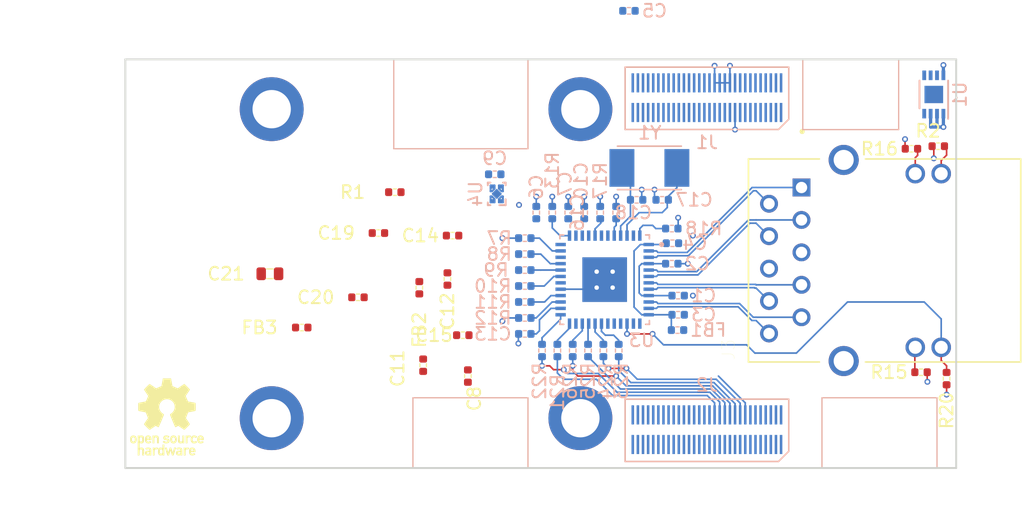
<source format=kicad_pcb>
(kicad_pcb (version 20171130) (host pcbnew "(5.1.9)-1")
  (title_block (title kimchi_ulid) (date 2019-12-15) (rev v0.1) (company GroupGets))
  (layers (0 F.Cu signal) (1 In1.Cu power hide) (2 In2.Cu power) (31 B.Cu signal) (34 B.Paste user) (35 F.Paste user) (36 B.SilkS user) (37 F.SilkS user) (38 B.Mask user) (39 F.Mask user) (44 Edge.Cuts user))
  (net 0 "")
  (net 1 GND)
  (net 2 VDD_5V)
  (net 3 VDD_1V8)
  (net 4 VDD_3V3)
  (net 5 I2C4_SCL)
  (net 6 I2C4_SDA)
  (net 7 VDD_PHY_1V2)
  (net 8 /DISP_CK_P)
  (net 9 /DISP_D2_N)
  (net 10 /DISP_D2_P)
  (net 11 /DISP_D3_N)
  (net 12 /DISP_D3_P)
  (net 13 ECSPI2_MISO)
  (net 14 /CAM_D0_N)
  (net 15 ECSPI2_MOSI)
  (net 16 /CAM_D0_P)
  (net 17 ECSPI2_SS0)
  (net 18 /CAM_D1_N)
  (net 19 ECSPI2_SCLK)
  (net 20 /CAM_D1_P)
  (net 21 ECSPI1_MISO)
  (net 22 /CAM_CK_N)
  (net 23 ECSPI1_MOSI)
  (net 24 /CAM_CK_P)
  (net 25 ECSPI1_SS0)
  (net 26 /CAM_D2_N)
  (net 27 ECSPI1_SCLK)
  (net 28 /CAM_D2_P)
  (net 29 I2C1_SCL)
  (net 30 /CAM_D3_N)
  (net 31 I2C1_SDA)
  (net 32 /CAM_D3_P)
  (net 33 I2C2_SCL)
  (net 34 I2C2_SDA)
  (net 35 UIM_VPP)
  (net 36 I2C3_SCL)
  (net 37 UIM_RESET_N)
  (net 38 I2C3_SDA)
  (net 39 UIM_CLK)
  (net 40 UIM_DATA)
  (net 41 UIM_PWR)
  (net 42 USB2_VBUS)
  (net 43 USB2_ID)
  (net 44 USB2_DN)
  (net 45 USB2_DP)
  (net 46 /DISP_D0_N)
  (net 47 /DISP_D0_P)
  (net 48 /DISP_D1_N)
  (net 49 /DISP_D1_P)
  (net 50 /USDHC3_DATA2)
  (net 51 /DISP_CK_N)
  (net 52 /USDHC3_DATA1)
  (net 53 /USDHC3_DATA0)
  (net 54 /USDHC3_DATA3)
  (net 55 /USDHC3_CLK)
  (net 56 /USDHC3_CMD)
  (net 57 SAI3_TXFS)
  (net 58 SAI3_MCLK)
  (net 59 GPIO1[0])
  (net 60 GPIO1[1])
  (net 61 GPIO1[9])
  (net 62 GPIO1[10])
  (net 63 GPIO1[11])
  (net 64 GPIO1[12])
  (net 65 UART1_TX)
  (net 66 GPIO1[13])
  (net 67 UART1_RX)
  (net 68 GPIO1[14])
  (net 69 UART3_TX)
  (net 70 GPIO1[15])
  (net 71 UART3_RX)
  (net 72 SAI2_RXFS)
  (net 73 SAI2_MCLK)
  (net 74 SAI2_TXC)
  (net 75 SAI2_TXD0)
  (net 76 SAI2_RXC)
  (net 77 SAI2_TXFS)
  (net 78 SAI2_RXD0)
  (net 79 /ENET_TXC)
  (net 80 /ENET_TX_CTL)
  (net 81 "Net-(J2-Pad58)")
  (net 82 /ENET_TD2)
  (net 83 PCIE_USB_D_P)
  (net 84 /ENET_TD3)
  (net 85 PCIE_USB_D_N)
  (net 86 /ENET_TD0)
  (net 87 SAI3_TXC)
  (net 88 /ENET_TD1)
  (net 89 SAI3_TXD)
  (net 90 /ENET_RX_CTL)
  (net 91 SAI3_RXD)
  (net 92 /ENET_RXC)
  (net 93 SAI3_RXFS)
  (net 94 /ENET_RD0)
  (net 95 SAI3_RXC)
  (net 96 /ENET_RD2)
  (net 97 /ENET_RD1)
  (net 98 /ENET_RD3)
  (net 99 /ENET_MDC)
  (net 100 /ENET_MDIO)
  (net 101 /TRD4-)
  (net 102 /TRD4+)
  (net 103 /TRD3-)
  (net 104 /TRD3+)
  (net 105 /TRD2-)
  (net 106 /TRD2+)
  (net 107 /TRD1-)
  (net 108 /TRD1+)
  (net 109 "Net-(U3-Pad47)")
  (net 110 "Net-(U3-Pad43)")
  (net 111 "Net-(U3-Pad13)")
  (net 112 "Net-(R10-Pad1)")
  (net 113 "Net-(R11-Pad1)")
  (net 114 "Net-(R12-Pad1)")
  (net 115 "Net-(J3-Pad6)")
  (net 116 "Net-(J3-PadS1)")
  (net 117 /XI)
  (net 118 /XO)
  (net 119 /LED1)
  (net 120 /LED2)
  (net 121 "Net-(R17-Pad1)")
  (net 122 "Net-(R18-Pad2)")
  (net 123 "Net-(J3-Pad5)")
  (net 124 "Net-(J3-PadL3)")
  (net 125 "Net-(J3-PadL1)")
  (net 126 "Net-(R21-Pad2)")
  (net 127 "Net-(R22-Pad2)")
  (net 128 "Net-(R23-Pad2)")
  (net 129 "Net-(R24-Pad2)")
  (net 130 "Net-(R25-Pad2)")
  (net 131 "Net-(R26-Pad2)")
  (net 132 "Net-(R7-Pad1)")
  (net 133 "Net-(R8-Pad1)")
  (net 134 "Net-(R9-Pad1)")
  (net 135 /SYS_RESET)
  (net 136 "Net-(C1-Pad1)")
  (net 137 "Net-(C3-Pad1)")
  (net 138 "Net-(C16-Pad1)")
  (net 139 "Net-(U3-Pad38)")
  (module kimchi_ulid:XTAL500X320X130N (layer B.Cu) (at 148 102.5 180)
    (fp_text reference Y1 (at -0.02509 2.74495) (layer B.SilkS) (effects (font (size 1.003638 1.003638)) (justify mirror)))
    (fp_text value ABM3-25.000MHZ-D2Y-T)
    (pad 2 smd rect (at 2.15 0 180) (size 1.95 2.95) (layers B.Cu B.Paste B.Mask) (net 118 /XO))
    (pad 1 smd rect (at -2.15 0 180) (size 1.95 2.95) (layers B.Cu B.Paste B.Mask) (net 117 /XI))
  )
  (module kimchi_ulid:R0402 (layer F.Cu) (at 170.6 100.8)
    (fp_text reference R2 (at -0.8 -1.2) (layer F.SilkS))
    (fp_text value RC0402FR-071KL)
    (pad 1 smd roundrect (at -0.483 0) (size 0.559 0.61) (layers F.Cu F.Paste F.Mask) (net 4 VDD_3V3))
    (pad 2 smd roundrect (at 0.483 0) (size 0.559 0.61) (layers F.Cu F.Paste F.Mask) (net 119 /LED1))
  )
  (module kimchi_ulid:ABRACON_ARJM11C7-502-AB-ER2-T (layer F.Cu) (at 166.25 109.75 90)
    (fp_text reference J3 (at -6.985 -12.065 90) (layer F.SilkS) (effects (font (thickness 0.015))))
    (fp_text value ARJM11C7-502-AB-ER2-T)
    (pad 10 thru_hole circle (at -5.715 -8.89 90) (size 1.398 1.398) (drill 0.89) (layers *.Cu *.Mask) (net 101 /TRD4-))
    (pad 9 thru_hole circle (at -4.445 -6.35 90) (size 1.398 1.398) (drill 0.89) (layers *.Cu *.Mask) (net 102 /TRD4+))
    (pad 8 thru_hole circle (at -3.175 -8.89 90) (size 1.398 1.398) (drill 0.89) (layers *.Cu *.Mask) (net 103 /TRD3-))
    (pad 6 thru_hole circle (at -0.635 -8.89 90) (size 1.398 1.398) (drill 0.89) (layers *.Cu *.Mask) (net 115 "Net-(J3-Pad6)"))
    (pad 4 thru_hole circle (at 1.905 -8.89 90) (size 1.398 1.398) (drill 0.89) (layers *.Cu *.Mask) (net 105 /TRD2-))
    (pad 2 thru_hole circle (at 4.445 -8.89 90) (size 1.398 1.398) (drill 0.89) (layers *.Cu *.Mask) (net 107 /TRD1-))
    (pad 7 thru_hole circle (at -1.905 -6.35 90) (size 1.398 1.398) (drill 0.89) (layers *.Cu *.Mask) (net 104 /TRD3+))
    (pad 5 thru_hole circle (at 0.635 -6.35 90) (size 1.398 1.398) (drill 0.89) (layers *.Cu *.Mask) (net 123 "Net-(J3-Pad5)"))
    (pad 3 thru_hole circle (at 3.175 -6.35 90) (size 1.398 1.398) (drill 0.89) (layers *.Cu *.Mask) (net 106 /TRD2+))
    (pad 1 thru_hole rect (at 5.715 -6.35 90) (size 1.398 1.398) (drill 0.89) (layers *.Cu *.Mask) (net 108 /TRD1+))
    (pad S2 thru_hole circle (at 7.875 -3.05 90) (size 2.355 2.355) (drill 1.57) (layers *.Cu *.Mask) (net 116 "Net-(J3-PadS1)"))
    (pad S1 thru_hole circle (at -7.875 -3.05 90) (size 2.355 2.355) (drill 1.57) (layers *.Cu *.Mask) (net 116 "Net-(J3-PadS1)"))
    (pad L3 thru_hole circle (at 6.8 2.55 90) (size 1.53 1.53) (drill 1.02) (layers *.Cu *.Mask) (net 124 "Net-(J3-PadL3)"))
    (pad L1 thru_hole circle (at -6.8 2.55 90) (size 1.53 1.53) (drill 1.02) (layers *.Cu *.Mask) (net 125 "Net-(J3-PadL1)"))
    (pad L2 thru_hole circle (at -6.8 4.58 90) (size 1.53 1.53) (drill 1.02) (layers *.Cu *.Mask) (net 120 /LED2))
    (pad L4 thru_hole circle (at 6.8 4.58 90) (size 1.53 1.53) (drill 1.02) (layers *.Cu *.Mask) (net 119 /LED1))
    (pad None np_thru_hole circle (at 5.715 0 90) (size 3.25 3.25) (drill 3.25) (layers *.Cu *.Mask))
    (pad None np_thru_hole circle (at -5.715 0 90) (size 3.25 3.25) (drill 3.25) (layers *.Cu *.Mask))
  )
  (module kimchi_ulid:R0402 (layer F.Cu) (at 120.8 115)
    (fp_text reference FB3 (at -3.302 0) (layer F.SilkS))
    (fp_text value MMZ1005S601CTD25)
    (pad 1 smd roundrect (at -0.483 0) (size 0.559 0.61) (layers F.Cu F.Paste F.Mask) (net 138 "Net-(C16-Pad1)"))
    (pad 2 smd roundrect (at 0.483 0) (size 0.559 0.61) (layers F.Cu F.Paste F.Mask) (net 7 VDD_PHY_1V2))
  )
  (module kimchi_ulid:R0402 (layer F.Cu) (at 130 111.883 90)
    (fp_text reference FB2 (at -3.302 0 90) (layer F.SilkS))
    (fp_text value MMZ1005S601CTD25)
    (pad 1 smd roundrect (at -0.483 0 90) (size 0.559 0.61) (layers F.Cu F.Paste F.Mask) (net 136 "Net-(C1-Pad1)"))
    (pad 2 smd roundrect (at 0.483 0 90) (size 0.559 0.61) (layers F.Cu F.Paste F.Mask) (net 7 VDD_PHY_1V2))
  )
  (module kimchi_ulid:R0402 (layer B.Cu) (at 150.2 115.2)
    (fp_text reference FB1 (at 2.4 0) (layer B.SilkS) (effects (justify mirror)))
    (fp_text value MMZ1005S601CTD25)
    (pad 1 smd roundrect (at -0.483 0) (size 0.559 0.61) (layers B.Cu B.Paste B.Mask) (net 137 "Net-(C3-Pad1)"))
    (pad 2 smd roundrect (at 0.483 0) (size 0.559 0.61) (layers B.Cu B.Paste B.Mask) (net 7 VDD_PHY_1V2))
  )
  (module kimchi_ulid:C0603 (layer F.Cu) (at 118.31 110.792)
    (fp_text reference C21 (at -3.429 0) (layer F.SilkS))
    (fp_text value C0603C103KARACAUTO hide)
    (pad 2 smd roundrect (at 0.68 0) (size 0.74 1) (layers F.Cu F.Paste F.Mask) (net 1 GND))
    (pad 1 smd roundrect (at -0.68 0) (size 0.74 1) (layers F.Cu F.Paste F.Mask) (net 138 "Net-(C16-Pad1)"))
  )
  (module AVR-KiCAD-Lib-Resistors:R0402 (layer F.Cu) (at 125.2 112.635)
    (fp_text reference C20 (at -3.302 0) (layer F.SilkS))
    (fp_text value C0402C104K9PACTU)
    (pad 1 smd roundrect (at -0.483 0) (size 0.559 0.61) (layers F.Cu F.Paste F.Mask) (net 138 "Net-(C16-Pad1)"))
    (pad 2 smd roundrect (at 0.483 0) (size 0.559 0.61) (layers F.Cu F.Paste F.Mask) (net 1 GND))
  )
  (module kimchi_ulid:C0402 (layer B.Cu) (at 145.4 106 90)
    (fp_text reference C16 (at 0 -3.048 270) (layer B.SilkS) (effects (justify mirror)))
    (fp_text value GRM155R61A475MEAAD)
    (pad 2 smd roundrect (at 0.483 0 90) (size 0.559 0.61) (layers B.Cu B.Paste B.Mask) (net 1 GND))
    (pad 1 smd roundrect (at -0.483 0 90) (size 0.559 0.61) (layers B.Cu B.Paste B.Mask) (net 138 "Net-(C16-Pad1)"))
  )
  (module kimchi_ulid:R0402 (layer F.Cu) (at 128.083 104.4)
    (fp_text reference R1 (at -3.302 0) (layer F.SilkS))
    (fp_text value RC0402FR-071KL)
    (pad 1 smd roundrect (at -0.483 0) (size 0.559 0.61) (layers F.Cu F.Paste F.Mask) (net 4 VDD_3V3))
    (pad 2 smd roundrect (at 0.483 0) (size 0.559 0.61) (layers F.Cu F.Paste F.Mask) (net 135 /SYS_RESET))
  )
  (module AVR-KiCAD-Lib-Resistors:R0402 (layer F.Cu) (at 126.8 107.6)
    (fp_text reference C19 (at -3.302 0) (layer F.SilkS))
    (fp_text value C0402C104K9PACTU)
    (pad 1 smd roundrect (at -0.483 0) (size 0.559 0.61) (layers F.Cu F.Paste F.Mask) (net 135 /SYS_RESET))
    (pad 2 smd roundrect (at 0.483 0) (size 0.559 0.61) (layers F.Cu F.Paste F.Mask) (net 1 GND))
  )
  (module kimchi_ulid:R0402 (layer B.Cu) (at 142 116.8 90)
    (fp_text reference R26 (at -2.4 -0.2 90) (layer B.SilkS) (effects (justify mirror)))
    (fp_text value RC0402FR-0722RL)
    (pad 1 smd roundrect (at -0.483 0 90) (size 0.559 0.61) (layers B.Cu B.Paste B.Mask) (net 84 /ENET_TD3))
    (pad 2 smd roundrect (at 0.483 0 90) (size 0.559 0.61) (layers B.Cu B.Paste B.Mask) (net 131 "Net-(R26-Pad2)"))
  )
  (module kimchi_ulid:R0402 (layer B.Cu) (at 143.2 116.8 90)
    (fp_text reference R25 (at -2.4 0 90) (layer B.SilkS) (effects (justify mirror)))
    (fp_text value RC0402FR-0722RL)
    (pad 1 smd roundrect (at -0.483 0 90) (size 0.559 0.61) (layers B.Cu B.Paste B.Mask) (net 82 /ENET_TD2))
    (pad 2 smd roundrect (at 0.483 0 90) (size 0.559 0.61) (layers B.Cu B.Paste B.Mask) (net 130 "Net-(R25-Pad2)"))
  )
  (module kimchi_ulid:R0402 (layer B.Cu) (at 144.4 116.8 90)
    (fp_text reference R24 (at -2.4 0.2 90) (layer B.SilkS) (effects (justify mirror)))
    (fp_text value RC0402FR-0722RL)
    (pad 1 smd roundrect (at -0.483 0 90) (size 0.559 0.61) (layers B.Cu B.Paste B.Mask) (net 88 /ENET_TD1))
    (pad 2 smd roundrect (at 0.483 0 90) (size 0.559 0.61) (layers B.Cu B.Paste B.Mask) (net 129 "Net-(R24-Pad2)"))
  )
  (module kimchi_ulid:R0402 (layer B.Cu) (at 145.6 116.8 90)
    (fp_text reference R23 (at -2.4 0.2 90) (layer B.SilkS) (effects (justify mirror)))
    (fp_text value RC0402FR-0722RL)
    (pad 1 smd roundrect (at -0.483 0 90) (size 0.559 0.61) (layers B.Cu B.Paste B.Mask) (net 86 /ENET_TD0))
    (pad 2 smd roundrect (at 0.483 0 90) (size 0.559 0.61) (layers B.Cu B.Paste B.Mask) (net 128 "Net-(R23-Pad2)"))
  )
  (module kimchi_ulid:R0402 (layer B.Cu) (at 139.6 116.8 90)
    (fp_text reference R22 (at -2.4 -0.2 90) (layer B.SilkS) (effects (justify mirror)))
    (fp_text value RC0402FR-0722RL)
    (pad 1 smd roundrect (at -0.483 0 90) (size 0.559 0.61) (layers B.Cu B.Paste B.Mask) (net 80 /ENET_TX_CTL))
    (pad 2 smd roundrect (at 0.483 0 90) (size 0.559 0.61) (layers B.Cu B.Paste B.Mask) (net 127 "Net-(R22-Pad2)"))
  )
  (module kimchi_ulid:R0402 (layer B.Cu) (at 140.8 116.8 90)
    (fp_text reference R21 (at -3.302 0 90) (layer B.SilkS) (effects (justify mirror)))
    (fp_text value RC0402FR-0722RL)
    (pad 1 smd roundrect (at -0.483 0 90) (size 0.559 0.61) (layers B.Cu B.Paste B.Mask) (net 79 /ENET_TXC))
    (pad 2 smd roundrect (at 0.483 0 90) (size 0.559 0.61) (layers B.Cu B.Paste B.Mask) (net 126 "Net-(R21-Pad2)"))
  )
  (module kimchi_ulid:R0402 (layer B.Cu) (at 140.4 106 270)
    (fp_text reference R13 (at -3.302 0 90) (layer B.SilkS) (effects (justify mirror)))
    (fp_text value RC0402FR-074K7L)
    (pad 1 smd roundrect (at -0.483 0 270) (size 0.559 0.61) (layers B.Cu B.Paste B.Mask) (net 4 VDD_3V3))
    (pad 2 smd roundrect (at 0.483 0 270) (size 0.559 0.61) (layers B.Cu B.Paste B.Mask) (net 100 /ENET_MDIO))
  )
  (module kimchi_ulid:R0402 (layer F.Cu) (at 171.25 119 270)
    (fp_text reference R20 (at 2.5 0 90) (layer F.SilkS))
    (fp_text value RC0402FR-071KL)
    (pad 1 smd roundrect (at -0.483 0 270) (size 0.559 0.61) (layers F.Cu F.Paste F.Mask) (net 120 /LED2))
    (pad 2 smd roundrect (at 0.483 0 270) (size 0.559 0.61) (layers F.Cu F.Paste F.Mask) (net 1 GND))
  )
  (module kimchi_ulid:R0402 (layer B.Cu) (at 149.75 107.25 180)
    (fp_text reference R18 (at -2.5 0) (layer B.SilkS) (effects (justify mirror)))
    (fp_text value RMCF0402FT12K1)
    (pad 1 smd roundrect (at -0.483 0 180) (size 0.559 0.61) (layers B.Cu B.Paste B.Mask) (net 1 GND))
    (pad 2 smd roundrect (at 0.483 0 180) (size 0.559 0.61) (layers B.Cu B.Paste B.Mask) (net 122 "Net-(R18-Pad2)"))
  )
  (module kimchi_ulid:R0402 (layer B.Cu) (at 144.15 106 90)
    (fp_text reference R17 (at 2.5 0 270) (layer B.SilkS) (effects (justify mirror)))
    (fp_text value RC0402FR-0710KL)
    (pad 1 smd roundrect (at -0.483 0 90) (size 0.559 0.61) (layers B.Cu B.Paste B.Mask) (net 121 "Net-(R17-Pad1)"))
    (pad 2 smd roundrect (at 0.483 0 90) (size 0.559 0.61) (layers B.Cu B.Paste B.Mask) (net 4 VDD_3V3))
  )
  (module kimchi_ulid:R0402 (layer F.Cu) (at 168.5 101)
    (fp_text reference R16 (at -2.5 0) (layer F.SilkS))
    (fp_text value RC0402FR-071KL)
    (pad 1 smd roundrect (at -0.483 0) (size 0.559 0.61) (layers F.Cu F.Paste F.Mask) (net 4 VDD_3V3))
    (pad 2 smd roundrect (at 0.483 0) (size 0.559 0.61) (layers F.Cu F.Paste F.Mask) (net 124 "Net-(J3-PadL3)"))
  )
  (module kimchi_ulid:R0402 (layer F.Cu) (at 169.25 118.5 180)
    (fp_text reference R15 (at 2.5 0) (layer F.SilkS))
    (fp_text value RC0402FR-071KL)
    (pad 1 smd roundrect (at -0.483 0 180) (size 0.559 0.61) (layers F.Cu F.Paste F.Mask) (net 4 VDD_3V3))
    (pad 2 smd roundrect (at 0.483 0 180) (size 0.559 0.61) (layers F.Cu F.Paste F.Mask) (net 125 "Net-(J3-PadL1)"))
  )
  (module kimchi_ulid:C0402 (layer B.Cu) (at 147 105)
    (fp_text reference C18 (at -0.25 1) (layer B.SilkS) (effects (justify mirror)))
    (fp_text value 04025A180GAT2A)
    (pad 2 smd roundrect (at 0.483 0) (size 0.559 0.61) (layers B.Cu B.Paste B.Mask) (net 1 GND))
    (pad 1 smd roundrect (at -0.483 0) (size 0.559 0.61) (layers B.Cu B.Paste B.Mask) (net 118 /XO))
  )
  (module kimchi_ulid:C0402 (layer B.Cu) (at 149 105 180)
    (fp_text reference C17 (at -2.5 0) (layer B.SilkS) (effects (justify mirror)))
    (fp_text value 04025A180GAT2A)
    (pad 2 smd roundrect (at 0.483 0 180) (size 0.559 0.61) (layers B.Cu B.Paste B.Mask) (net 1 GND))
    (pad 1 smd roundrect (at -0.483 0 180) (size 0.559 0.61) (layers B.Cu B.Paste B.Mask) (net 117 /XI))
  )
  (module kimchi_ulid:R0402 (layer B.Cu) (at 138.25 114.25 180)
    (fp_text reference R12 (at 2.5 0) (layer B.SilkS) (effects (justify mirror)))
    (fp_text value RC0402FR-0722RL)
    (pad 1 smd roundrect (at -0.483 0 180) (size 0.559 0.61) (layers B.Cu B.Paste B.Mask) (net 114 "Net-(R12-Pad1)"))
    (pad 2 smd roundrect (at 0.483 0 180) (size 0.559 0.61) (layers B.Cu B.Paste B.Mask) (net 98 /ENET_RD3))
  )
  (module kimchi_ulid:R0402 (layer B.Cu) (at 138.25 113 180)
    (fp_text reference R11 (at 2.5 0) (layer B.SilkS) (effects (justify mirror)))
    (fp_text value RC0402FR-0722RL)
    (pad 1 smd roundrect (at -0.483 0 180) (size 0.559 0.61) (layers B.Cu B.Paste B.Mask) (net 113 "Net-(R11-Pad1)"))
    (pad 2 smd roundrect (at 0.483 0 180) (size 0.559 0.61) (layers B.Cu B.Paste B.Mask) (net 96 /ENET_RD2))
  )
  (module kimchi_ulid:R0402 (layer B.Cu) (at 138.25 111.75 180)
    (fp_text reference R10 (at 2.5 0) (layer B.SilkS) (effects (justify mirror)))
    (fp_text value RC0402FR-0722RL)
    (pad 1 smd roundrect (at -0.483 0 180) (size 0.559 0.61) (layers B.Cu B.Paste B.Mask) (net 112 "Net-(R10-Pad1)"))
    (pad 2 smd roundrect (at 0.483 0 180) (size 0.559 0.61) (layers B.Cu B.Paste B.Mask) (net 97 /ENET_RD1))
  )
  (module kimchi_ulid:R0402 (layer B.Cu) (at 138.25 110.5 180)
    (fp_text reference R9 (at 2.25 0) (layer B.SilkS) (effects (justify mirror)))
    (fp_text value RC0402FR-0722RL)
    (pad 1 smd roundrect (at -0.483 0 180) (size 0.559 0.61) (layers B.Cu B.Paste B.Mask) (net 134 "Net-(R9-Pad1)"))
    (pad 2 smd roundrect (at 0.483 0 180) (size 0.559 0.61) (layers B.Cu B.Paste B.Mask) (net 94 /ENET_RD0))
  )
  (module kimchi_ulid:R0402 (layer B.Cu) (at 138.25 109.25 180)
    (fp_text reference R8 (at 2 0) (layer B.SilkS) (effects (justify mirror)))
    (fp_text value RC0402FR-0722RL)
    (pad 1 smd roundrect (at -0.483 0 180) (size 0.559 0.61) (layers B.Cu B.Paste B.Mask) (net 133 "Net-(R8-Pad1)"))
    (pad 2 smd roundrect (at 0.483 0 180) (size 0.559 0.61) (layers B.Cu B.Paste B.Mask) (net 90 /ENET_RX_CTL))
  )
  (module kimchi_ulid:R0402 (layer B.Cu) (at 138.25 108 180)
    (fp_text reference R7 (at 2 0) (layer B.SilkS) (effects (justify mirror)))
    (fp_text value RC0402FR-0722RL)
    (pad 1 smd roundrect (at -0.483 0 180) (size 0.559 0.61) (layers B.Cu B.Paste B.Mask) (net 132 "Net-(R7-Pad1)"))
    (pad 2 smd roundrect (at 0.483 0 180) (size 0.559 0.61) (layers B.Cu B.Paste B.Mask) (net 92 /ENET_RXC))
  )
  (module kimchi_ulid:TLV73312PDQNR3 (layer B.Cu) (at 136.055601 104.534119 90)
    (fp_text reference U4 (at 0 -1.655601 90) (layer B.SilkS) (effects (justify mirror)))
    (fp_text value TLV73312PDQNR3 hide)
    (fp_line (start -0.659999 -0.170002) (end -0.659999 -0.480002) (layer B.Cu) (width 0.1524))
    (fp_line (start -0.409283 -0.170002) (end -0.659999 -0.170002) (layer B.Cu) (width 0.1524))
    (fp_line (start -0.2 -0.379285) (end -0.409283 -0.170002) (layer B.Cu) (width 0.1524))
    (fp_line (start -0.2 -0.480002) (end -0.2 -0.379285) (layer B.Cu) (width 0.1524))
    (fp_line (start -0.659999 -0.480002) (end -0.2 -0.480002) (layer B.Cu) (width 0.1524))
    (fp_line (start 0.659999 -0.170002) (end 0.659999 -0.480002) (layer B.Cu) (width 0.1524))
    (fp_line (start 0.409283 -0.170002) (end 0.659999 -0.170002) (layer B.Cu) (width 0.1524))
    (fp_line (start 0.2 -0.379285) (end 0.409283 -0.170002) (layer B.Cu) (width 0.1524))
    (fp_line (start 0.2 -0.480002) (end 0.2 -0.379285) (layer B.Cu) (width 0.1524))
    (fp_line (start 0.659999 -0.480002) (end 0.2 -0.480002) (layer B.Cu) (width 0.1524))
    (fp_line (start 0.659999 0.170002) (end 0.659999 0.480002) (layer B.Cu) (width 0.1524))
    (fp_line (start 0.409283 0.170002) (end 0.659999 0.170002) (layer B.Cu) (width 0.1524))
    (fp_line (start 0.2 0.379285) (end 0.409283 0.170002) (layer B.Cu) (width 0.1524))
    (fp_line (start 0.2 0.480002) (end 0.2 0.379285) (layer B.Cu) (width 0.1524))
    (fp_line (start 0.659999 0.480002) (end 0.2 0.480002) (layer B.Cu) (width 0.1524))
    (fp_line (start -0.659999 0.170002) (end -0.659999 0.480002) (layer B.Cu) (width 0.1524))
    (fp_line (start -0.409283 0.170002) (end -0.659999 0.170002) (layer B.Cu) (width 0.1524))
    (fp_line (start -0.2 0.379285) (end -0.409283 0.170002) (layer B.Cu) (width 0.1524))
    (fp_line (start -0.2 0.480002) (end -0.2 0.379285) (layer B.Cu) (width 0.1524))
    (fp_line (start -0.659999 0.480002) (end -0.2 0.480002) (layer B.Cu) (width 0.1524))
    (pad 5 smd rect (at 0 0 45) (size 0.579999 0.579999) (layers B.Cu B.Paste B.Mask) (net 1 GND))
    (pad 4 smd rect (at 0.534998 0.325003 90) (size 0.249999 0.309999) (layers B.Cu B.Paste B.Mask) (net 4 VDD_3V3))
    (pad 3 smd rect (at 0.534998 -0.325003 90) (size 0.249999 0.309999) (layers B.Cu B.Paste B.Mask) (net 4 VDD_3V3))
    (pad 2 smd rect (at -0.534998 -0.325003 90) (size 0.249999 0.309999) (layers B.Cu B.Paste B.Mask) (net 1 GND))
    (pad 1 smd rect (at -0.534998 0.325001 90) (size 0.249999 0.309999) (layers B.Cu B.Paste B.Mask) (net 7 VDD_PHY_1V2))
  )
  (module kimchi_ulid:QFN50P700X700X90-49N (layer B.Cu) (at 144.5 111.25 180)
    (fp_text reference U3 (at -2.9 -4.75) (layer B.SilkS) (effects (justify mirror)))
    (fp_text value KSZ9031RNXCC)
    (pad 53 thru_hole circle (at 0.625 -0.625 180) (size 0.55 0.55) (drill 0.35) (layers *.Cu *.Mask) (net 1 GND))
    (pad 52 thru_hole circle (at -0.625 -0.625 180) (size 0.55 0.55) (drill 0.35) (layers *.Cu *.Mask) (net 1 GND))
    (pad 51 thru_hole circle (at 0.625 0.625 180) (size 0.55 0.55) (drill 0.35) (layers *.Cu *.Mask) (net 1 GND))
    (pad 50 thru_hole circle (at -0.625 0.625 180) (size 0.55 0.55) (drill 0.35) (layers *.Cu *.Mask) (net 1 GND))
    (pad 49 smd rect (at 0 0 180) (size 3.5 3.5) (layers B.Cu B.Mask) (net 1 GND))
    (pad 36 smd rect (at 3.445 2.75 180) (size 0.81 0.27) (layers B.Cu B.Paste B.Mask) (net 99 /ENET_MDC))
    (pad 35 smd rect (at 3.445 2.25 180) (size 0.81 0.27) (layers B.Cu B.Paste B.Mask) (net 132 "Net-(R7-Pad1)"))
    (pad 34 smd rect (at 3.445 1.75 180) (size 0.81 0.27) (layers B.Cu B.Paste B.Mask) (net 4 VDD_3V3))
    (pad 33 smd rect (at 3.445 1.25 180) (size 0.81 0.27) (layers B.Cu B.Paste B.Mask) (net 133 "Net-(R8-Pad1)"))
    (pad 32 smd rect (at 3.445 0.75 180) (size 0.81 0.27) (layers B.Cu B.Paste B.Mask) (net 134 "Net-(R9-Pad1)"))
    (pad 31 smd rect (at 3.445 0.25 180) (size 0.81 0.27) (layers B.Cu B.Paste B.Mask) (net 112 "Net-(R10-Pad1)"))
    (pad 30 smd rect (at 3.445 -0.25 180) (size 0.81 0.27) (layers B.Cu B.Paste B.Mask) (net 7 VDD_PHY_1V2))
    (pad 29 smd rect (at 3.445 -0.75 180) (size 0.81 0.27) (layers B.Cu B.Paste B.Mask) (net 1 GND))
    (pad 28 smd rect (at 3.445 -1.25 180) (size 0.81 0.27) (layers B.Cu B.Paste B.Mask) (net 113 "Net-(R11-Pad1)"))
    (pad 27 smd rect (at 3.445 -1.75 180) (size 0.81 0.27) (layers B.Cu B.Paste B.Mask) (net 114 "Net-(R12-Pad1)"))
    (pad 26 smd rect (at 3.445 -2.25 180) (size 0.81 0.27) (layers B.Cu B.Paste B.Mask) (net 7 VDD_PHY_1V2))
    (pad 25 smd rect (at 3.445 -2.75 180) (size 0.81 0.27) (layers B.Cu B.Paste B.Mask) (net 127 "Net-(R22-Pad2)"))
    (pad 12 smd rect (at -3.445 -2.75 180) (size 0.81 0.27) (layers B.Cu B.Paste B.Mask) (net 137 "Net-(C3-Pad1)"))
    (pad 11 smd rect (at -3.445 -2.25 180) (size 0.81 0.27) (layers B.Cu B.Paste B.Mask) (net 101 /TRD4-))
    (pad 10 smd rect (at -3.445 -1.75 180) (size 0.81 0.27) (layers B.Cu B.Paste B.Mask) (net 102 /TRD4+))
    (pad 9 smd rect (at -3.445 -1.25 180) (size 0.81 0.27) (layers B.Cu B.Paste B.Mask) (net 136 "Net-(C1-Pad1)"))
    (pad 8 smd rect (at -3.445 -0.75 180) (size 0.81 0.27) (layers B.Cu B.Paste B.Mask) (net 103 /TRD3-))
    (pad 7 smd rect (at -3.445 -0.25 180) (size 0.81 0.27) (layers B.Cu B.Paste B.Mask) (net 104 /TRD3+))
    (pad 6 smd rect (at -3.445 0.25 180) (size 0.81 0.27) (layers B.Cu B.Paste B.Mask) (net 105 /TRD2-))
    (pad 5 smd rect (at -3.445 0.75 180) (size 0.81 0.27) (layers B.Cu B.Paste B.Mask) (net 106 /TRD2+))
    (pad 4 smd rect (at -3.445 1.25 180) (size 0.81 0.27) (layers B.Cu B.Paste B.Mask) (net 136 "Net-(C1-Pad1)"))
    (pad 3 smd rect (at -3.445 1.75 180) (size 0.81 0.27) (layers B.Cu B.Paste B.Mask) (net 107 /TRD1-))
    (pad 2 smd rect (at -3.445 2.25 180) (size 0.81 0.27) (layers B.Cu B.Paste B.Mask) (net 108 /TRD1+))
    (pad 1 smd rect (at -3.445 2.75 180) (size 0.81 0.27) (layers B.Cu B.Paste B.Mask) (net 137 "Net-(C3-Pad1)"))
    (pad 48 smd rect (at -2.75 3.445 180) (size 0.27 0.81) (layers B.Cu B.Paste B.Mask) (net 122 "Net-(R18-Pad2)"))
    (pad 47 smd rect (at -2.25 3.445 180) (size 0.27 0.81) (layers B.Cu B.Paste B.Mask) (net 109 "Net-(U3-Pad47)"))
    (pad 46 smd rect (at -1.75 3.445 180) (size 0.27 0.81) (layers B.Cu B.Paste B.Mask) (net 117 /XI))
    (pad 45 smd rect (at -1.25 3.445 180) (size 0.27 0.81) (layers B.Cu B.Paste B.Mask) (net 118 /XO))
    (pad 44 smd rect (at -0.75 3.445 180) (size 0.27 0.81) (layers B.Cu B.Paste B.Mask) (net 138 "Net-(C16-Pad1)"))
    (pad 43 smd rect (at -0.25 3.445 180) (size 0.27 0.81) (layers B.Cu B.Paste B.Mask) (net 110 "Net-(U3-Pad43)"))
    (pad 42 smd rect (at 0.25 3.445 180) (size 0.27 0.81) (layers B.Cu B.Paste B.Mask) (net 135 /SYS_RESET))
    (pad 41 smd rect (at 0.75 3.445 180) (size 0.27 0.81) (layers B.Cu B.Paste B.Mask) (net 121 "Net-(R17-Pad1)"))
    (pad 40 smd rect (at 1.25 3.445 180) (size 0.27 0.81) (layers B.Cu B.Paste B.Mask) (net 4 VDD_3V3))
    (pad 39 smd rect (at 1.75 3.445 180) (size 0.27 0.81) (layers B.Cu B.Paste B.Mask) (net 7 VDD_PHY_1V2))
    (pad 38 smd rect (at 2.25 3.445 180) (size 0.27 0.81) (layers B.Cu B.Paste B.Mask) (net 139 "Net-(U3-Pad38)"))
    (pad 37 smd rect (at 2.75 3.445 180) (size 0.27 0.81) (layers B.Cu B.Paste B.Mask) (net 100 /ENET_MDIO))
    (pad 24 smd rect (at 2.75 -3.445 180) (size 0.27 0.81) (layers B.Cu B.Paste B.Mask) (net 126 "Net-(R21-Pad2)"))
    (pad 23 smd rect (at 2.25 -3.445 180) (size 0.27 0.81) (layers B.Cu B.Paste B.Mask) (net 7 VDD_PHY_1V2))
    (pad 22 smd rect (at 1.75 -3.445 180) (size 0.27 0.81) (layers B.Cu B.Paste B.Mask) (net 131 "Net-(R26-Pad2)"))
    (pad 21 smd rect (at 1.25 -3.445 180) (size 0.27 0.81) (layers B.Cu B.Paste B.Mask) (net 130 "Net-(R25-Pad2)"))
    (pad 20 smd rect (at 0.75 -3.445 180) (size 0.27 0.81) (layers B.Cu B.Paste B.Mask) (net 129 "Net-(R24-Pad2)"))
    (pad 19 smd rect (at 0.25 -3.445 180) (size 0.27 0.81) (layers B.Cu B.Paste B.Mask) (net 128 "Net-(R23-Pad2)"))
    (pad 18 smd rect (at -0.25 -3.445 180) (size 0.27 0.81) (layers B.Cu B.Paste B.Mask) (net 7 VDD_PHY_1V2))
    (pad 17 smd rect (at -0.75 -3.445 180) (size 0.27 0.81) (layers B.Cu B.Paste B.Mask) (net 119 /LED1))
    (pad 16 smd rect (at -1.25 -3.445 180) (size 0.27 0.81) (layers B.Cu B.Paste B.Mask) (net 4 VDD_3V3))
    (pad 15 smd rect (at -1.75 -3.445 180) (size 0.27 0.81) (layers B.Cu B.Paste B.Mask) (net 120 /LED2))
    (pad 14 smd rect (at -2.25 -3.445 180) (size 0.27 0.81) (layers B.Cu B.Paste B.Mask) (net 7 VDD_PHY_1V2))
    (pad 13 smd rect (at -2.75 -3.445 180) (size 0.27 0.81) (layers B.Cu B.Paste B.Mask) (net 111 "Net-(U3-Pad13)"))
  )
  (module kimchi_ulid:OSHW-Logo_5.7x6mm_SilkScreen (layer F.Cu) (at 110.25 122)
    (fp_text reference LOGO1 hide)
    (fp_text value Graphic_Logo_Open_Hardware_Small hide)
  )
  (module kimchi_ulid:MountingHole_3mm_Pad (layer F.Cu) (at 142.6 122.1)
    (fp_text reference H4 hide)
    (fp_text value Mechanical_MountingHole_Pad hide)
    (pad 1 thru_hole circle (at 0 0) (size 5 5) (drill 3) (layers *.Cu *.Mask) (net 1 GND))
  )
  (module kimchi_ulid:MountingHole_3mm_Pad (layer F.Cu) (at 142.6 97.9)
    (fp_text reference H3 hide)
    (fp_text value Mechanical_MountingHole_Pad hide)
    (pad 1 thru_hole circle (at 0 0) (size 5 5) (drill 3) (layers *.Cu *.Mask) (net 1 GND))
  )
  (module kimchi_ulid:MountingHole_3mm_Pad (layer F.Cu) (at 118.45 122.1)
    (fp_text reference H2 hide)
    (fp_text value Mechanical_MountingHole_Pad hide)
    (pad 1 thru_hole circle (at 0 0) (size 5 5) (drill 3) (layers *.Cu *.Mask) (net 1 GND))
  )
  (module kimchi_ulid:MountingHole_3mm_Pad (layer F.Cu) (at 118.45 97.9)
    (fp_text reference H1 hide)
    (fp_text value Mechanical_MountingHole_Pad hide)
    (pad 1 thru_hole circle (at 0 0) (size 5 5) (drill 3) (layers *.Cu *.Mask) (net 1 GND))
  )
  (module AVR-KiCAD-Lib-Resistors:R0402 (layer F.Cu) (at 133.4 115.6 180)
    (fp_text reference C15 (at 2.25 0) (layer F.SilkS))
    (fp_text value 0402ZD105KAT2A)
    (pad 1 smd roundrect (at -0.483 0 180) (size 0.559 0.61) (layers F.Cu F.Paste F.Mask) (net 7 VDD_PHY_1V2))
    (pad 2 smd roundrect (at 0.483 0 180) (size 0.559 0.61) (layers F.Cu F.Paste F.Mask) (net 1 GND))
  )
  (module AVR-KiCAD-Lib-Resistors:R0402 (layer F.Cu) (at 132.6 107.8 180)
    (fp_text reference C14 (at 2.517 0) (layer F.SilkS))
    (fp_text value C0402C104K9PACTU)
    (pad 1 smd roundrect (at -0.483 0 180) (size 0.559 0.61) (layers F.Cu F.Paste F.Mask) (net 7 VDD_PHY_1V2))
    (pad 2 smd roundrect (at 0.483 0 180) (size 0.559 0.61) (layers F.Cu F.Paste F.Mask) (net 1 GND))
  )
  (module AVR-KiCAD-Lib-Resistors:R0402 (layer B.Cu) (at 138.25 115.5 180)
    (fp_text reference C13 (at 2.5 0) (layer B.SilkS) (effects (justify mirror)))
    (fp_text value C0402C104K9PACTU)
    (pad 1 smd roundrect (at -0.483 0 180) (size 0.559 0.61) (layers B.Cu B.Paste B.Mask) (net 7 VDD_PHY_1V2))
    (pad 2 smd roundrect (at 0.483 0 180) (size 0.559 0.61) (layers B.Cu B.Paste B.Mask) (net 1 GND))
  )
  (module AVR-KiCAD-Lib-Resistors:R0402 (layer F.Cu) (at 132.2 111.2 270)
    (fp_text reference C12 (at 2.517 0 90) (layer F.SilkS))
    (fp_text value C0402C104K9PACTU)
    (pad 1 smd roundrect (at -0.483 0 270) (size 0.559 0.61) (layers F.Cu F.Paste F.Mask) (net 7 VDD_PHY_1V2))
    (pad 2 smd roundrect (at 0.483 0 270) (size 0.559 0.61) (layers F.Cu F.Paste F.Mask) (net 1 GND))
  )
  (module AVR-KiCAD-Lib-Resistors:R0402 (layer F.Cu) (at 130.3 117.95 270)
    (fp_text reference C11 (at 0.25 2 90) (layer F.SilkS))
    (fp_text value C0402C104K9PACTU)
    (pad 1 smd roundrect (at -0.483 0 270) (size 0.559 0.61) (layers F.Cu F.Paste F.Mask) (net 7 VDD_PHY_1V2))
    (pad 2 smd roundrect (at 0.483 0 270) (size 0.559 0.61) (layers F.Cu F.Paste F.Mask) (net 1 GND))
  )
  (module AVR-KiCAD-Lib-Resistors:R0402 (layer B.Cu) (at 142.9 106 90)
    (fp_text reference C10 (at 2.5 -0.25 270) (layer B.SilkS) (effects (justify mirror)))
    (fp_text value C0402C104K9PACTU)
    (pad 1 smd roundrect (at -0.483 0 90) (size 0.559 0.61) (layers B.Cu B.Paste B.Mask) (net 7 VDD_PHY_1V2))
    (pad 2 smd roundrect (at 0.483 0 90) (size 0.559 0.61) (layers B.Cu B.Paste B.Mask) (net 1 GND))
  )
  (module AVR-KiCAD-Lib-Resistors:R0402 (layer B.Cu) (at 135.9 103 180)
    (fp_text reference C9 (at 0 1.25 180) (layer B.SilkS) (effects (justify mirror)))
    (fp_text value 0402ZD105KAT2A)
    (pad 1 smd roundrect (at -0.483 0 180) (size 0.559 0.61) (layers B.Cu B.Paste B.Mask) (net 4 VDD_3V3))
    (pad 2 smd roundrect (at 0.483 0 180) (size 0.559 0.61) (layers B.Cu B.Paste B.Mask) (net 1 GND))
  )
  (module AVR-KiCAD-Lib-Resistors:R0402 (layer F.Cu) (at 133.8 118.8 270)
    (fp_text reference C8 (at 1.767 -0.5 90) (layer F.SilkS))
    (fp_text value C0402C104K9PACTU)
    (pad 1 smd roundrect (at -0.483 0 270) (size 0.559 0.61) (layers F.Cu F.Paste F.Mask) (net 7 VDD_PHY_1V2))
    (pad 2 smd roundrect (at 0.483 0 270) (size 0.559 0.61) (layers F.Cu F.Paste F.Mask) (net 1 GND))
  )
  (module AVR-KiCAD-Lib-Resistors:R0402 (layer B.Cu) (at 141.65 106 90)
    (fp_text reference C7 (at 2.25 -0.25 270) (layer B.SilkS) (effects (justify mirror)))
    (fp_text value C0402C104K9PACTU)
    (pad 1 smd roundrect (at -0.483 0 90) (size 0.559 0.61) (layers B.Cu B.Paste B.Mask) (net 4 VDD_3V3))
    (pad 2 smd roundrect (at 0.483 0 90) (size 0.559 0.61) (layers B.Cu B.Paste B.Mask) (net 1 GND))
  )
  (module AVR-KiCAD-Lib-Resistors:R0402 (layer B.Cu) (at 139.15 106 90)
    (fp_text reference C6 (at 2 0 270) (layer B.SilkS) (effects (justify mirror)))
    (fp_text value C0402C104K9PACTU)
    (pad 1 smd roundrect (at -0.483 0 90) (size 0.559 0.61) (layers B.Cu B.Paste B.Mask) (net 4 VDD_3V3))
    (pad 2 smd roundrect (at 0.483 0 90) (size 0.559 0.61) (layers B.Cu B.Paste B.Mask) (net 1 GND))
  )
  (module AVR-KiCAD-Lib-Resistors:R0402 (layer B.Cu) (at 146.4 90.2)
    (fp_text reference C5 (at 2 0) (layer B.SilkS) (effects (justify mirror)))
    (fp_text value C0402C104K9PACTU)
    (pad 1 smd roundrect (at -0.483 0) (size 0.559 0.61) (layers B.Cu B.Paste B.Mask) (net 4 VDD_3V3))
    (pad 2 smd roundrect (at 0.483 0) (size 0.559 0.61) (layers B.Cu B.Paste B.Mask) (net 1 GND))
  )
  (module AVR-KiCAD-Lib-Resistors:R0402 (layer B.Cu) (at 149.8 108.4)
    (fp_text reference C4 (at 1.75 0) (layer B.SilkS) (effects (justify mirror)))
    (fp_text value C0402C104K9PACTU)
    (pad 1 smd roundrect (at -0.483 0) (size 0.559 0.61) (layers B.Cu B.Paste B.Mask) (net 137 "Net-(C3-Pad1)"))
    (pad 2 smd roundrect (at 0.483 0) (size 0.559 0.61) (layers B.Cu B.Paste B.Mask) (net 1 GND))
  )
  (module AVR-KiCAD-Lib-Resistors:R0402 (layer B.Cu) (at 150.25 114)
    (fp_text reference C3 (at 2 0) (layer B.SilkS) (effects (justify mirror)))
    (fp_text value C0402C104K9PACTU)
    (pad 1 smd roundrect (at -0.483 0) (size 0.559 0.61) (layers B.Cu B.Paste B.Mask) (net 137 "Net-(C3-Pad1)"))
    (pad 2 smd roundrect (at 0.483 0) (size 0.559 0.61) (layers B.Cu B.Paste B.Mask) (net 1 GND))
  )
  (module AVR-KiCAD-Lib-Resistors:R0402 (layer B.Cu) (at 149.75 110)
    (fp_text reference C2 (at 2 0) (layer B.SilkS) (effects (justify mirror)))
    (fp_text value C0402C104K9PACTU)
    (pad 1 smd roundrect (at -0.483 0) (size 0.559 0.61) (layers B.Cu B.Paste B.Mask) (net 136 "Net-(C1-Pad1)"))
    (pad 2 smd roundrect (at 0.483 0) (size 0.559 0.61) (layers B.Cu B.Paste B.Mask) (net 1 GND))
  )
  (module AVR-KiCAD-Lib-Resistors:R0402 (layer B.Cu) (at 150.25 112.5)
    (fp_text reference C1 (at 2 0) (layer B.SilkS) (effects (justify mirror)))
    (fp_text value C0402C104K9PACTU)
    (pad 1 smd roundrect (at -0.483 0) (size 0.559 0.61) (layers B.Cu B.Paste B.Mask) (net 136 "Net-(C1-Pad1)"))
    (pad 2 smd roundrect (at 0.483 0) (size 0.559 0.61) (layers B.Cu B.Paste B.Mask) (net 1 GND))
  )
  (module "kimchi_ulid:DF40HC(3.5)-60DS" (layer B.Cu) (at 152.5 123 180)
    (fp_text reference J2 (at 0 3.5 180) (layer B.SilkS) (effects (justify mirror)))
    (fp_text value "DF40HC(3.5)-60DS" hide)
    (pad 36 smd rect (at 3.8 -1.16 180) (size 0.2 1.5) (layers B.Cu B.Paste B.Mask) (net 57 SAI3_TXFS))
    (pad 37 smd rect (at 3.4 -1.16 180) (size 0.2 1.5) (layers B.Cu B.Paste B.Mask) (net 58 SAI3_MCLK))
    (pad 38 smd rect (at 3 -1.16 180) (size 0.2 1.5) (layers B.Cu B.Paste B.Mask) (net 1 GND))
    (pad 39 smd rect (at 2.6 -1.16 180) (size 0.2 1.5) (layers B.Cu B.Paste B.Mask) (net 1 GND))
    (pad 40 smd rect (at 2.2 -1.16 180) (size 0.2 1.5) (layers B.Cu B.Paste B.Mask) (net 1 GND))
    (pad 30 smd rect (at 5.8 1.16 180) (size 0.2 1.5) (layers B.Cu B.Paste B.Mask) (net 59 GPIO1[0]))
    (pad 41 smd rect (at 1.8 -1.16 180) (size 0.2 1.5) (layers B.Cu B.Paste B.Mask) (net 1 GND))
    (pad 29 smd rect (at 5.4 1.16 180) (size 0.2 1.5) (layers B.Cu B.Paste B.Mask) (net 60 GPIO1[1]))
    (pad 42 smd rect (at 1.4 -1.16 180) (size 0.2 1.5) (layers B.Cu B.Paste B.Mask) (net 3 VDD_1V8))
    (pad 28 smd rect (at 5 1.16 180) (size 0.2 1.5) (layers B.Cu B.Paste B.Mask) (net 61 GPIO1[9]))
    (pad 43 smd rect (at 1 -1.16 180) (size 0.2 1.5) (layers B.Cu B.Paste B.Mask) (net 3 VDD_1V8))
    (pad 27 smd rect (at 4.6 1.16 180) (size 0.2 1.5) (layers B.Cu B.Paste B.Mask) (net 62 GPIO1[10]))
    (pad 44 smd rect (at 0.6 -1.16 180) (size 0.2 1.5) (layers B.Cu B.Paste B.Mask) (net 3 VDD_1V8))
    (pad 26 smd rect (at 4.2 1.16 180) (size 0.2 1.5) (layers B.Cu B.Paste B.Mask) (net 63 GPIO1[11]))
    (pad 45 smd rect (at 0.2 -1.16 180) (size 0.2 1.5) (layers B.Cu B.Paste B.Mask) (net 3 VDD_1V8))
    (pad 25 smd rect (at 3.8 1.16 180) (size 0.2 1.5) (layers B.Cu B.Paste B.Mask) (net 64 GPIO1[12]))
    (pad 46 smd rect (at -0.2 -1.16 180) (size 0.2 1.5) (layers B.Cu B.Paste B.Mask) (net 65 UART1_TX))
    (pad 24 smd rect (at 3.4 1.16 180) (size 0.2 1.5) (layers B.Cu B.Paste B.Mask) (net 66 GPIO1[13]))
    (pad 47 smd rect (at -0.6 -1.16 180) (size 0.2 1.5) (layers B.Cu B.Paste B.Mask) (net 67 UART1_RX))
    (pad 23 smd rect (at 3 1.16 180) (size 0.2 1.5) (layers B.Cu B.Paste B.Mask) (net 68 GPIO1[14]))
    (pad 48 smd rect (at -1 -1.16 180) (size 0.2 1.5) (layers B.Cu B.Paste B.Mask) (net 69 UART3_TX))
    (pad 22 smd rect (at 2.6 1.16 180) (size 0.2 1.5) (layers B.Cu B.Paste B.Mask) (net 70 GPIO1[15]))
    (pad 49 smd rect (at -1.4 -1.16 180) (size 0.2 1.5) (layers B.Cu B.Paste B.Mask) (net 71 UART3_RX))
    (pad 21 smd rect (at 2.2 1.16 180) (size 0.2 1.5) (layers B.Cu B.Paste B.Mask) (net 72 SAI2_RXFS))
    (pad 50 smd rect (at -1.8 -1.16 180) (size 0.2 1.5) (layers B.Cu B.Paste B.Mask) (net 1 GND))
    (pad 20 smd rect (at 1.8 1.16 180) (size 0.2 1.5) (layers B.Cu B.Paste B.Mask) (net 73 SAI2_MCLK))
    (pad 51 smd rect (at -2.2 -1.16 180) (size 0.2 1.5) (layers B.Cu B.Paste B.Mask) (net 1 GND))
    (pad 19 smd rect (at 1.4 1.16 180) (size 0.2 1.5) (layers B.Cu B.Paste B.Mask) (net 74 SAI2_TXC))
    (pad 52 smd rect (at -2.6 -1.16 180) (size 0.2 1.5) (layers B.Cu B.Paste B.Mask) (net 1 GND))
    (pad 18 smd rect (at 1 1.16 180) (size 0.2 1.5) (layers B.Cu B.Paste B.Mask) (net 75 SAI2_TXD0))
    (pad 53 smd rect (at -3 -1.16 180) (size 0.2 1.5) (layers B.Cu B.Paste B.Mask) (net 1 GND))
    (pad 17 smd rect (at 0.6 1.16 180) (size 0.2 1.5) (layers B.Cu B.Paste B.Mask) (net 76 SAI2_RXC))
    (pad 54 smd rect (at -3.4 -1.16 180) (size 0.2 1.5) (layers B.Cu B.Paste B.Mask) (net 4 VDD_3V3))
    (pad 16 smd rect (at 0.2 1.16 180) (size 0.2 1.5) (layers B.Cu B.Paste B.Mask) (net 77 SAI2_TXFS))
    (pad 55 smd rect (at -3.8 -1.16 180) (size 0.2 1.5) (layers B.Cu B.Paste B.Mask) (net 4 VDD_3V3))
    (pad 15 smd rect (at -0.2 1.16 180) (size 0.2 1.5) (layers B.Cu B.Paste B.Mask) (net 78 SAI2_RXD0))
    (pad 56 smd rect (at -4.2 -1.16 180) (size 0.2 1.5) (layers B.Cu B.Paste B.Mask) (net 4 VDD_3V3))
    (pad 14 smd rect (at -0.6 1.16 180) (size 0.2 1.5) (layers B.Cu B.Paste B.Mask) (net 79 /ENET_TXC))
    (pad 57 smd rect (at -4.6 -1.16 180) (size 0.2 1.5) (layers B.Cu B.Paste B.Mask) (net 4 VDD_3V3))
    (pad 13 smd rect (at -1 1.16 180) (size 0.2 1.5) (layers B.Cu B.Paste B.Mask) (net 80 /ENET_TX_CTL))
    (pad 58 smd rect (at -5 -1.16 180) (size 0.2 1.5) (layers B.Cu B.Paste B.Mask) (net 81 "Net-(J2-Pad58)"))
    (pad 12 smd rect (at -1.4 1.16 180) (size 0.2 1.5) (layers B.Cu B.Paste B.Mask) (net 82 /ENET_TD2))
    (pad 59 smd rect (at -5.4 -1.16 180) (size 0.2 1.5) (layers B.Cu B.Paste B.Mask) (net 83 PCIE_USB_D_P))
    (pad 11 smd rect (at -1.8 1.16 180) (size 0.2 1.5) (layers B.Cu B.Paste B.Mask) (net 84 /ENET_TD3))
    (pad 60 smd rect (at -5.8 -1.16 180) (size 0.2 1.5) (layers B.Cu B.Paste B.Mask) (net 85 PCIE_USB_D_N))
    (pad 10 smd rect (at -2.2 1.16 180) (size 0.2 1.5) (layers B.Cu B.Paste B.Mask) (net 86 /ENET_TD0))
    (pad 31 smd rect (at 5.8 -1.16 180) (size 0.2 1.5) (layers B.Cu B.Paste B.Mask) (net 87 SAI3_TXC))
    (pad 9 smd rect (at -2.6 1.16 180) (size 0.2 1.5) (layers B.Cu B.Paste B.Mask) (net 88 /ENET_TD1))
    (pad 32 smd rect (at 5.4 -1.16 180) (size 0.2 1.5) (layers B.Cu B.Paste B.Mask) (net 89 SAI3_TXD))
    (pad 8 smd rect (at -3 1.16 180) (size 0.2 1.5) (layers B.Cu B.Paste B.Mask) (net 90 /ENET_RX_CTL))
    (pad 33 smd rect (at 5 -1.16 180) (size 0.2 1.5) (layers B.Cu B.Paste B.Mask) (net 91 SAI3_RXD))
    (pad 7 smd rect (at -3.4 1.16 180) (size 0.2 1.5) (layers B.Cu B.Paste B.Mask) (net 92 /ENET_RXC))
    (pad 34 smd rect (at 4.6 -1.16 180) (size 0.2 1.5) (layers B.Cu B.Paste B.Mask) (net 93 SAI3_RXFS))
    (pad 6 smd rect (at -3.8 1.16 180) (size 0.2 1.5) (layers B.Cu B.Paste B.Mask) (net 94 /ENET_RD0))
    (pad 35 smd rect (at 4.2 -1.16 180) (size 0.2 1.5) (layers B.Cu B.Paste B.Mask) (net 95 SAI3_RXC))
    (pad 5 smd rect (at -4.2 1.16 180) (size 0.2 1.5) (layers B.Cu B.Paste B.Mask) (net 96 /ENET_RD2))
    (pad 4 smd rect (at -4.6 1.16 180) (size 0.2 1.5) (layers B.Cu B.Paste B.Mask) (net 97 /ENET_RD1))
    (pad 3 smd rect (at -5 1.16 180) (size 0.2 1.5) (layers B.Cu B.Paste B.Mask) (net 98 /ENET_RD3))
    (pad 2 smd rect (at -5.4 1.16 180) (size 0.2 1.5) (layers B.Cu B.Paste B.Mask) (net 99 /ENET_MDC))
    (pad 1 smd rect (at -5.8 1.16 180) (size 0.2 1.5) (layers B.Cu B.Paste B.Mask) (net 100 /ENET_MDIO))
  )
  (module "kimchi_ulid:DF40HC(3.5)-60DS" (layer B.Cu) (at 152.5 97 180)
    (fp_text reference J1 (at 0 -3.5) (layer B.SilkS) (effects (justify mirror)))
    (fp_text value "DF40HC(3.5)-60DS" hide)
    (pad 36 smd rect (at 3.8 -1.16 180) (size 0.2 1.5) (layers B.Cu B.Paste B.Mask) (net 8 /DISP_CK_P))
    (pad 37 smd rect (at 3.4 -1.16 180) (size 0.2 1.5) (layers B.Cu B.Paste B.Mask) (net 9 /DISP_D2_N))
    (pad 38 smd rect (at 3 -1.16 180) (size 0.2 1.5) (layers B.Cu B.Paste B.Mask) (net 10 /DISP_D2_P))
    (pad 39 smd rect (at 2.6 -1.16 180) (size 0.2 1.5) (layers B.Cu B.Paste B.Mask) (net 11 /DISP_D3_N))
    (pad 40 smd rect (at 2.2 -1.16 180) (size 0.2 1.5) (layers B.Cu B.Paste B.Mask) (net 12 /DISP_D3_P))
    (pad 30 smd rect (at 5.8 1.16 180) (size 0.2 1.5) (layers B.Cu B.Paste B.Mask) (net 13 ECSPI2_MISO))
    (pad 41 smd rect (at 1.8 -1.16 180) (size 0.2 1.5) (layers B.Cu B.Paste B.Mask) (net 14 /CAM_D0_N))
    (pad 29 smd rect (at 5.4 1.16 180) (size 0.2 1.5) (layers B.Cu B.Paste B.Mask) (net 15 ECSPI2_MOSI))
    (pad 42 smd rect (at 1.4 -1.16 180) (size 0.2 1.5) (layers B.Cu B.Paste B.Mask) (net 16 /CAM_D0_P))
    (pad 28 smd rect (at 5 1.16 180) (size 0.2 1.5) (layers B.Cu B.Paste B.Mask) (net 17 ECSPI2_SS0))
    (pad 43 smd rect (at 1 -1.16 180) (size 0.2 1.5) (layers B.Cu B.Paste B.Mask) (net 18 /CAM_D1_N))
    (pad 27 smd rect (at 4.6 1.16 180) (size 0.2 1.5) (layers B.Cu B.Paste B.Mask) (net 19 ECSPI2_SCLK))
    (pad 44 smd rect (at 0.6 -1.16 180) (size 0.2 1.5) (layers B.Cu B.Paste B.Mask) (net 20 /CAM_D1_P))
    (pad 26 smd rect (at 4.2 1.16 180) (size 0.2 1.5) (layers B.Cu B.Paste B.Mask) (net 21 ECSPI1_MISO))
    (pad 45 smd rect (at 0.2 -1.16 180) (size 0.2 1.5) (layers B.Cu B.Paste B.Mask) (net 22 /CAM_CK_N))
    (pad 25 smd rect (at 3.8 1.16 180) (size 0.2 1.5) (layers B.Cu B.Paste B.Mask) (net 23 ECSPI1_MOSI))
    (pad 46 smd rect (at -0.2 -1.16 180) (size 0.2 1.5) (layers B.Cu B.Paste B.Mask) (net 24 /CAM_CK_P))
    (pad 24 smd rect (at 3.4 1.16 180) (size 0.2 1.5) (layers B.Cu B.Paste B.Mask) (net 25 ECSPI1_SS0))
    (pad 47 smd rect (at -0.6 -1.16 180) (size 0.2 1.5) (layers B.Cu B.Paste B.Mask) (net 26 /CAM_D2_N))
    (pad 23 smd rect (at 3 1.16 180) (size 0.2 1.5) (layers B.Cu B.Paste B.Mask) (net 27 ECSPI1_SCLK))
    (pad 48 smd rect (at -1 -1.16 180) (size 0.2 1.5) (layers B.Cu B.Paste B.Mask) (net 28 /CAM_D2_P))
    (pad 22 smd rect (at 2.6 1.16 180) (size 0.2 1.5) (layers B.Cu B.Paste B.Mask) (net 29 I2C1_SCL))
    (pad 49 smd rect (at -1.4 -1.16 180) (size 0.2 1.5) (layers B.Cu B.Paste B.Mask) (net 30 /CAM_D3_N))
    (pad 21 smd rect (at 2.2 1.16 180) (size 0.2 1.5) (layers B.Cu B.Paste B.Mask) (net 31 I2C1_SDA))
    (pad 50 smd rect (at -1.8 -1.16 180) (size 0.2 1.5) (layers B.Cu B.Paste B.Mask) (net 32 /CAM_D3_P))
    (pad 20 smd rect (at 1.8 1.16 180) (size 0.2 1.5) (layers B.Cu B.Paste B.Mask) (net 33 I2C2_SCL))
    (pad 51 smd rect (at -2.2 -1.16 180) (size 0.2 1.5) (layers B.Cu B.Paste B.Mask) (net 1 GND))
    (pad 19 smd rect (at 1.4 1.16 180) (size 0.2 1.5) (layers B.Cu B.Paste B.Mask) (net 34 I2C2_SDA))
    (pad 52 smd rect (at -2.6 -1.16 180) (size 0.2 1.5) (layers B.Cu B.Paste B.Mask) (net 35 UIM_VPP))
    (pad 18 smd rect (at 1 1.16 180) (size 0.2 1.5) (layers B.Cu B.Paste B.Mask) (net 36 I2C3_SCL))
    (pad 53 smd rect (at -3 -1.16 180) (size 0.2 1.5) (layers B.Cu B.Paste B.Mask) (net 37 UIM_RESET_N))
    (pad 17 smd rect (at 0.6 1.16 180) (size 0.2 1.5) (layers B.Cu B.Paste B.Mask) (net 38 I2C3_SDA))
    (pad 54 smd rect (at -3.4 -1.16 180) (size 0.2 1.5) (layers B.Cu B.Paste B.Mask) (net 39 UIM_CLK))
    (pad 16 smd rect (at 0.2 1.16 180) (size 0.2 1.5) (layers B.Cu B.Paste B.Mask) (net 5 I2C4_SCL))
    (pad 55 smd rect (at -3.8 -1.16 180) (size 0.2 1.5) (layers B.Cu B.Paste B.Mask) (net 40 UIM_DATA))
    (pad 15 smd rect (at -0.2 1.16 180) (size 0.2 1.5) (layers B.Cu B.Paste B.Mask) (net 6 I2C4_SDA))
    (pad 56 smd rect (at -4.2 -1.16 180) (size 0.2 1.5) (layers B.Cu B.Paste B.Mask) (net 41 UIM_PWR))
    (pad 14 smd rect (at -0.6 1.16 180) (size 0.2 1.5) (layers B.Cu B.Paste B.Mask) (net 1 GND))
    (pad 57 smd rect (at -4.6 -1.16 180) (size 0.2 1.5) (layers B.Cu B.Paste B.Mask) (net 42 USB2_VBUS))
    (pad 13 smd rect (at -1 1.16 180) (size 0.2 1.5) (layers B.Cu B.Paste B.Mask) (net 1 GND))
    (pad 58 smd rect (at -5 -1.16 180) (size 0.2 1.5) (layers B.Cu B.Paste B.Mask) (net 43 USB2_ID))
    (pad 12 smd rect (at -1.4 1.16 180) (size 0.2 1.5) (layers B.Cu B.Paste B.Mask) (net 1 GND))
    (pad 59 smd rect (at -5.4 -1.16 180) (size 0.2 1.5) (layers B.Cu B.Paste B.Mask) (net 44 USB2_DN))
    (pad 11 smd rect (at -1.8 1.16 180) (size 0.2 1.5) (layers B.Cu B.Paste B.Mask) (net 1 GND))
    (pad 60 smd rect (at -5.8 -1.16 180) (size 0.2 1.5) (layers B.Cu B.Paste B.Mask) (net 45 USB2_DP))
    (pad 10 smd rect (at -2.2 1.16 180) (size 0.2 1.5) (layers B.Cu B.Paste B.Mask) (net 2 VDD_5V))
    (pad 31 smd rect (at 5.8 -1.16 180) (size 0.2 1.5) (layers B.Cu B.Paste B.Mask) (net 46 /DISP_D0_N))
    (pad 9 smd rect (at -2.6 1.16 180) (size 0.2 1.5) (layers B.Cu B.Paste B.Mask) (net 2 VDD_5V))
    (pad 32 smd rect (at 5.4 -1.16 180) (size 0.2 1.5) (layers B.Cu B.Paste B.Mask) (net 47 /DISP_D0_P))
    (pad 8 smd rect (at -3 1.16 180) (size 0.2 1.5) (layers B.Cu B.Paste B.Mask) (net 2 VDD_5V))
    (pad 33 smd rect (at 5 -1.16 180) (size 0.2 1.5) (layers B.Cu B.Paste B.Mask) (net 48 /DISP_D1_N))
    (pad 7 smd rect (at -3.4 1.16 180) (size 0.2 1.5) (layers B.Cu B.Paste B.Mask) (net 2 VDD_5V))
    (pad 34 smd rect (at 4.6 -1.16 180) (size 0.2 1.5) (layers B.Cu B.Paste B.Mask) (net 49 /DISP_D1_P))
    (pad 6 smd rect (at -3.8 1.16 180) (size 0.2 1.5) (layers B.Cu B.Paste B.Mask) (net 50 /USDHC3_DATA2))
    (pad 35 smd rect (at 4.2 -1.16 180) (size 0.2 1.5) (layers B.Cu B.Paste B.Mask) (net 51 /DISP_CK_N))
    (pad 5 smd rect (at -4.2 1.16 180) (size 0.2 1.5) (layers B.Cu B.Paste B.Mask) (net 52 /USDHC3_DATA1))
    (pad 4 smd rect (at -4.6 1.16 180) (size 0.2 1.5) (layers B.Cu B.Paste B.Mask) (net 53 /USDHC3_DATA0))
    (pad 3 smd rect (at -5 1.16 180) (size 0.2 1.5) (layers B.Cu B.Paste B.Mask) (net 54 /USDHC3_DATA3))
    (pad 2 smd rect (at -5.4 1.16 180) (size 0.2 1.5) (layers B.Cu B.Paste B.Mask) (net 55 /USDHC3_CLK))
    (pad 1 smd rect (at -5.8 1.16 180) (size 0.2 1.5) (layers B.Cu B.Paste B.Mask) (net 56 /USDHC3_CMD))
  )
  (module Package_DFN_QFN:DFN-8-1EP_3x2mm_P0.5mm_EP1.36x1.46mm (layer B.Cu) (at 170.25 96.75 90)
    (fp_text reference U1 (at 0 2.05 270) (layer B.SilkS) (effects (justify mirror)))
    (fp_text value 24C32 hide)
    (pad 9 smd rect (at 0 0 90) (size 1.36 1.46) (layers B.Cu B.Mask))
    (pad 8 smd rect (at 1.5 0.75 90) (size 0.75 0.3) (layers B.Cu B.Paste B.Mask) (net 4 VDD_3V3))
    (pad 7 smd rect (at 1.5 0.25 90) (size 0.75 0.3) (layers B.Cu B.Paste B.Mask) (net 1 GND))
    (pad 6 smd rect (at 1.5 -0.25 90) (size 0.75 0.3) (layers B.Cu B.Paste B.Mask) (net 5 I2C4_SCL))
    (pad 5 smd rect (at 1.5 -0.75 90) (size 0.75 0.3) (layers B.Cu B.Paste B.Mask) (net 6 I2C4_SDA))
    (pad 4 smd rect (at -1.5 -0.75 90) (size 0.75 0.3) (layers B.Cu B.Paste B.Mask) (net 1 GND))
    (pad 3 smd rect (at -1.5 -0.25 90) (size 0.75 0.3) (layers B.Cu B.Paste B.Mask) (net 4 VDD_3V3))
    (pad 2 smd rect (at -1.5 0.25 90) (size 0.75 0.3) (layers B.Cu B.Paste B.Mask) (net 4 VDD_3V3))
    (pad 1 smd rect (at -1.5 0.75 90) (size 0.75 0.3) (layers B.Cu B.Paste B.Mask) (net 4 VDD_3V3))
  )
  (gr_line (start 170.5 120.5) (end 161.5 120.5) (layer B.SilkS) (width 0.1))
  (gr_line (start 170.5 126) (end 170.5 120.5) (layer B.SilkS) (width 0.1))
  (gr_line (start 161.5 126) (end 170.5 126) (layer B.SilkS) (width 0.1))
  (gr_line (start 161.5 120.5) (end 161.5 126) (layer B.SilkS) (width 0.1))
  (gr_line (start 138.5 120.5) (end 129.5 120.5) (layer B.SilkS) (width 0.1))
  (gr_line (start 138.5 126) (end 138.5 120.5) (layer B.SilkS) (width 0.1))
  (gr_line (start 129.5 126) (end 138.5 126) (layer B.SilkS) (width 0.1))
  (gr_line (start 129.5 120.5) (end 129.5 126) (layer B.SilkS) (width 0.1))
  (gr_line (start 138.5 94) (end 128 94) (layer B.SilkS) (width 0.1))
  (gr_line (start 138.5 101) (end 138.5 94) (layer B.SilkS) (width 0.1))
  (gr_line (start 128 101) (end 138.5 101) (layer B.SilkS) (width 0.1))
  (gr_line (start 128 94) (end 128 101) (layer B.SilkS) (width 0.1))
  (gr_line (start 167.5 94) (end 160 94) (layer B.SilkS) (width 0.1))
  (gr_line (start 167.5 99.5) (end 167.5 94) (layer B.SilkS) (width 0.1))
  (gr_line (start 160 99.5) (end 167.5 99.5) (layer B.SilkS) (width 0.1))
  (gr_line (start 160 94) (end 160 99.5) (layer B.SilkS) (width 0.1))
  (gr_line (start 107 126) (end 107 94) (layer Edge.Cuts) (width 0.15))
  (gr_line (start 172 126) (end 107 126) (layer Edge.Cuts) (width 0.15))
  (gr_line (start 172 94) (end 172 126) (layer Edge.Cuts) (width 0.15))
  (gr_line (start 107 94) (end 172 94) (layer Edge.Cuts) (width 0.15))
  (via (at 147.4 104.2) (size 0.4572) (drill 0.254) (layers F.Cu B.Cu) (net 1))
  (via (at 148.4 104.2) (size 0.4572) (drill 0.254) (layers F.Cu B.Cu) (net 1))
  (via (at 137.8 105.4) (size 0.4572) (drill 0.254) (layers F.Cu B.Cu) (net 1))
  (via (at 137.75 116.25) (size 0.4572) (drill 0.254) (layers F.Cu B.Cu) (net 1))
  (via (at 139.15 104.75) (size 0.4572) (drill 0.254) (layers F.Cu B.Cu) (net 1))
  (via (at 141.65 104.75) (size 0.4572) (drill 0.254) (layers F.Cu B.Cu) (net 1))
  (via (at 142.9 104.75) (size 0.4572) (drill 0.254) (layers F.Cu B.Cu) (net 1))
  (via (at 145.4 104.75) (size 0.4572) (drill 0.254) (layers F.Cu B.Cu) (net 1))
  (via (at 150.25 106.4) (size 0.4572) (drill 0.254) (layers F.Cu B.Cu) (net 1))
  (via (at 151.4 107.8) (size 0.4572) (drill 0.254) (layers F.Cu B.Cu) (net 1))
  (via (at 151 110) (size 0.4572) (drill 0.254) (layers F.Cu B.Cu) (net 1))
  (via (at 151.4 112.5) (size 0.4572) (drill 0.254) (layers F.Cu B.Cu) (net 1))
  (via (at 171.25 120.25) (size 0.4572) (drill 0.254) (layers F.Cu B.Cu) (net 1))
  (segment (start 143.75 112) (end 144.5 111.25) (width 0.127) (layer B.Cu) (net 1))
  (segment (start 141.055 112) (end 143.75 112) (width 0.127) (layer B.Cu) (net 1))
  (segment (start 144.5 111.25) (end 143.875 110.625) (width 0.127) (layer B.Cu) (net 1))
  (segment (start 171.25 120.25) (end 171.25 119.483) (width 0.127) (layer F.Cu) (net 1))
  (segment (start 139.15 105.517) (end 139.15 104.75) (width 0.127) (layer B.Cu) (net 1))
  (segment (start 141.65 105.517) (end 141.65 104.75) (width 0.127) (layer B.Cu) (net 1))
  (segment (start 142.9 105.517) (end 142.9 104.75) (width 0.127) (layer B.Cu) (net 1))
  (segment (start 145.4 105.534) (end 145.4 104.75) (width 0.127) (layer B.Cu) (net 1))
  (segment (start 137.75 115.517) (end 137.767 115.5) (width 0.127) (layer B.Cu) (net 1))
  (segment (start 137.75 116.25) (end 137.75 115.517) (width 0.127) (layer B.Cu) (net 1))
  (segment (start 154.7 98.16) (end 154.7 99.5) (width 0.127) (layer B.Cu) (net 1))
  (segment (start 154.7 99.5) (end 154.7 99.5) (width 0.127) (layer B.Cu) (net 1))
  (via (at 154.7 99.5) (size 0.4572) (drill 0.254) (layers F.Cu B.Cu) (net 1))
  (segment (start 153.1 95.84) (end 153.1 94.5) (width 0.127) (layer B.Cu) (net 1))
  (segment (start 153.5 95.84) (end 153.1 95.84) (width 0.127) (layer B.Cu) (net 1))
  (segment (start 154.3 95.84) (end 153.5 95.84) (width 0.127) (layer B.Cu) (net 1))
  (segment (start 154.3 95.84) (end 154.3 94.5) (width 0.127) (layer B.Cu) (net 1))
  (segment (start 153.1 94.5) (end 153.1 94.5) (width 0.127) (layer B.Cu) (net 1))
  (via (at 153.1 94.5) (size 0.4572) (drill 0.254) (layers F.Cu B.Cu) (net 1))
  (segment (start 154.3 94.5) (end 154.3 94.5) (width 0.127) (layer B.Cu) (net 1))
  (via (at 154.3 94.5) (size 0.4572) (drill 0.254) (layers F.Cu B.Cu) (net 1))
  (segment (start 150.25 107.233) (end 150.233 107.25) (width 0.127) (layer B.Cu) (net 1))
  (segment (start 150.25 106.4) (end 150.25 107.233) (width 0.127) (layer B.Cu) (net 1))
  (segment (start 151.4 107.8) (end 151.4 107.833) (width 0.127) (layer B.Cu) (net 1))
  (segment (start 150.233 110) (end 151 110) (width 0.127) (layer B.Cu) (net 1))
  (segment (start 148.4 104.883) (end 148.517 105) (width 0.127) (layer B.Cu) (net 1))
  (segment (start 148.4 104.2) (end 148.4 104.883) (width 0.127) (layer B.Cu) (net 1))
  (segment (start 147.4 104.917) (end 147.483 105) (width 0.127) (layer B.Cu) (net 1))
  (segment (start 147.4 104.2) (end 147.4 104.917) (width 0.127) (layer B.Cu) (net 1))
  (via (at 144.15 104.75) (size 0.4572) (drill 0.254) (layers F.Cu B.Cu) (net 4))
  (via (at 140.4 104.75) (size 0.4572) (drill 0.254) (layers F.Cu B.Cu) (net 4))
  (via (at 168 100.25) (size 0.4572) (drill 0.254) (layers F.Cu B.Cu) (net 4))
  (via (at 170.25 101.75) (size 0.4572) (drill 0.254) (layers F.Cu B.Cu) (net 4))
  (via (at 169.75 119.25) (size 0.4572) (drill 0.254) (layers F.Cu B.Cu) (net 4))
  (via (at 171 94.45) (size 0.4572) (drill 0.254) (layers F.Cu B.Cu) (net 4))
  (segment (start 171 95.25) (end 171 94.45) (width 0.254) (layer B.Cu) (net 4))
  (via (at 171 99.3) (size 0.4572) (drill 0.254) (layers F.Cu B.Cu) (net 4))
  (segment (start 171 98.25) (end 171 99.3) (width 0.254) (layer B.Cu) (net 4))
  (segment (start 170.5 98.25) (end 170.5 99.3) (width 0.254) (layer B.Cu) (net 4))
  (segment (start 170.5 99.3) (end 171 99.3) (width 0.254) (layer B.Cu) (net 4))
  (segment (start 170 99.3) (end 170.5 99.3) (width 0.254) (layer B.Cu) (net 4))
  (segment (start 170 98.25) (end 170 99.3) (width 0.254) (layer B.Cu) (net 4))
  (segment (start 149.767 114) (end 147.945 114) (width 0.127) (layer B.Cu) (net 137))
  (segment (start 169.733 119.233) (end 169.75 119.25) (width 0.127) (layer F.Cu) (net 4))
  (segment (start 169.733 118.5) (end 169.733 119.233) (width 0.127) (layer F.Cu) (net 4))
  (segment (start 170.25 101.017) (end 170.267 101) (width 0.127) (layer F.Cu) (net 4))
  (segment (start 170.25 101.75) (end 170.25 101.017) (width 0.127) (layer F.Cu) (net 4))
  (segment (start 168 100.983) (end 168.017 101) (width 0.127) (layer F.Cu) (net 4))
  (segment (start 168 100.25) (end 168 100.983) (width 0.127) (layer F.Cu) (net 4))
  (segment (start 140.4 105.517) (end 140.4 104.75) (width 0.127) (layer F.Cu) (net 4))
  (segment (start 144.15 105.517) (end 144.15 104.75) (width 0.127) (layer B.Cu) (net 4))
  (segment (start 140.4 105.517) (end 140.4 104.75) (width 0.127) (layer B.Cu) (net 4))
  (segment (start 141.65 106.483) (end 141.65 106.65) (width 0.127) (layer B.Cu) (net 4))
  (segment (start 139.15 106.483) (end 139.15 106.55) (width 0.127) (layer B.Cu) (net 4))
  (segment (start 140.3 113.5) (end 141.055 113.5) (width 0.127) (layer B.Cu) (net 7))
  (segment (start 139.4 114.4) (end 140.3 113.5) (width 0.127) (layer B.Cu) (net 7))
  (segment (start 139.4 115.25) (end 139.4 114.4) (width 0.127) (layer B.Cu) (net 7))
  (segment (start 139.15 115.5) (end 139.4 115.25) (width 0.127) (layer B.Cu) (net 7))
  (segment (start 138.733 115.5) (end 139.15 115.5) (width 0.127) (layer B.Cu) (net 7))
  (segment (start 140.8 118.559225) (end 140.8 117.283) (width 0.127) (layer B.Cu) (net 79))
  (segment (start 145.124066 120.324066) (end 143.854011 119.054011) (width 0.127) (layer B.Cu) (net 79))
  (segment (start 153.1 120.9) (end 152.524066 120.324066) (width 0.127) (layer B.Cu) (net 79))
  (segment (start 152.524066 120.324066) (end 145.124066 120.324066) (width 0.127) (layer B.Cu) (net 79))
  (segment (start 153.1 121.84) (end 153.1 120.9) (width 0.127) (layer B.Cu) (net 79))
  (segment (start 141.294786 119.054011) (end 140.8 118.559225) (width 0.127) (layer B.Cu) (net 79))
  (segment (start 143.854011 119.054011) (end 141.294786 119.054011) (width 0.127) (layer B.Cu) (net 79))
  (via (at 141.3 118.3) (size 0.4572) (drill 0.254) (layers F.Cu B.Cu) (net 80))
  (segment (start 139.6 117.283) (end 139.6 118) (width 0.127) (layer B.Cu) (net 80))
  (segment (start 139.6 118) (end 139.6 118) (width 0.127) (layer B.Cu) (net 80))
  (via (at 139.6 118) (size 0.4572) (drill 0.254) (layers F.Cu B.Cu) (net 80))
  (segment (start 141.3 118.3) (end 140.5 118.3) (width 0.127) (layer F.Cu) (net 80))
  (segment (start 140.2 118) (end 139.6 118) (width 0.127) (layer F.Cu) (net 80))
  (segment (start 140.5 118.3) (end 140.2 118) (width 0.127) (layer F.Cu) (net 80))
  (segment (start 141.6 118.6) (end 141.3 118.3) (width 0.127) (layer B.Cu) (net 80))
  (segment (start 144 118.6) (end 141.6 118.6) (width 0.127) (layer B.Cu) (net 80))
  (segment (start 152.729383 120.070055) (end 145.470055 120.070055) (width 0.127) (layer B.Cu) (net 80))
  (segment (start 153.5 120.840672) (end 152.729383 120.070055) (width 0.127) (layer B.Cu) (net 80))
  (segment (start 145.470055 120.070055) (end 144 118.6) (width 0.127) (layer B.Cu) (net 80))
  (segment (start 153.5 121.84) (end 153.5 120.840672) (width 0.127) (layer B.Cu) (net 80))
  (segment (start 145.733044 119.816044) (end 143.2 117.283) (width 0.127) (layer B.Cu) (net 82))
  (segment (start 152.834596 119.816044) (end 145.733044 119.816044) (width 0.127) (layer B.Cu) (net 82))
  (segment (start 153.9 120.881448) (end 152.834596 119.816044) (width 0.127) (layer B.Cu) (net 82))
  (segment (start 153.9 121.84) (end 153.9 120.881448) (width 0.127) (layer B.Cu) (net 82))
  (segment (start 142 117.283) (end 142 118) (width 0.127) (layer B.Cu) (net 84))
  (segment (start 142 118) (end 142 118) (width 0.127) (layer B.Cu) (net 84))
  (via (at 142 118) (size 0.4572) (drill 0.254) (layers F.Cu B.Cu) (net 84))
  (segment (start 142 118) (end 142 118.4) (width 0.127) (layer F.Cu) (net 84))
  (segment (start 142 118.4) (end 142.4 118.8) (width 0.127) (layer F.Cu) (net 84))
  (segment (start 142.4 118.8) (end 145.4 118.8) (width 0.127) (layer F.Cu) (net 84))
  (segment (start 145.4 118.8) (end 145.4 118.8) (width 0.127) (layer F.Cu) (net 84))
  (via (at 145.4 118.8) (size 0.4572) (drill 0.254) (layers F.Cu B.Cu) (net 84))
  (segment (start 145.4 118.8) (end 146.162033 119.562033) (width 0.127) (layer B.Cu) (net 84))
  (segment (start 152.939809 119.562033) (end 154.3 120.922224) (width 0.127) (layer B.Cu) (net 84))
  (segment (start 154.3 120.922224) (end 154.3 121.84) (width 0.127) (layer B.Cu) (net 84))
  (segment (start 146.162033 119.562033) (end 152.939809 119.562033) (width 0.127) (layer B.Cu) (net 84))
  (segment (start 154.7 120.963) (end 153.045022 119.308022) (width 0.127) (layer B.Cu) (net 86))
  (segment (start 154.7 121.84) (end 154.7 120.963) (width 0.127) (layer B.Cu) (net 86))
  (segment (start 153.045022 119.308022) (end 146.548797 119.308022) (width 0.127) (layer B.Cu) (net 86))
  (segment (start 145.6 118.359225) (end 145.6 117.283) (width 0.127) (layer B.Cu) (net 86))
  (segment (start 146.548797 119.308022) (end 145.6 118.359225) (width 0.127) (layer B.Cu) (net 86))
  (segment (start 146.2 118.2) (end 146.2 118.2) (width 0.127) (layer B.Cu) (net 88))
  (via (at 146.2 118.2) (size 0.4572) (drill 0.254) (layers F.Cu B.Cu) (net 88))
  (segment (start 144.4 117.283) (end 144.4 117.8) (width 0.127) (layer B.Cu) (net 88))
  (segment (start 144.4 117.8) (end 144.8 118.2) (width 0.127) (layer B.Cu) (net 88))
  (segment (start 144.8 118.2) (end 144.8 118.2) (width 0.127) (layer B.Cu) (net 88))
  (via (at 144.8 118.2) (size 0.4572) (drill 0.254) (layers F.Cu B.Cu) (net 88))
  (segment (start 146.2 118.2) (end 144.8 118.2) (width 0.127) (layer F.Cu) (net 88))
  (segment (start 155.1 121.84) (end 155.1 120.922224) (width 0.127) (layer B.Cu) (net 88))
  (segment (start 155.1 120.922224) (end 153.231787 119.054011) (width 0.127) (layer B.Cu) (net 88))
  (segment (start 147.054011 119.054011) (end 146.2 118.2) (width 0.127) (layer B.Cu) (net 88))
  (segment (start 153.231787 119.054011) (end 147.054011 119.054011) (width 0.127) (layer B.Cu) (net 88))
  (segment (start 155.5 121.84) (end 155.5 120.9) (width 0.127) (layer B.Cu) (net 90))
  (segment (start 155.5 120.9) (end 153.4 118.8) (width 0.127) (layer B.Cu) (net 90))
  (segment (start 143.245989 114.699011) (end 143.25 114.695) (width 0.127) (layer B.Cu) (net 130))
  (segment (start 137.767 108) (end 136.5 108) (width 0.127) (layer B.Cu) (net 92))
  (segment (start 136.5 108) (end 136.5 108) (width 0.127) (layer B.Cu) (net 92))
  (via (at 136.5 108) (size 0.4572) (drill 0.254) (layers F.Cu B.Cu) (net 92))
  (segment (start 137.767 114.25) (end 136.75 114.25) (width 0.127) (layer B.Cu) (net 98))
  (segment (start 136.75 114.25) (end 136.5 114.5) (width 0.127) (layer B.Cu) (net 98))
  (segment (start 136.5 114.5) (end 136.5 114.5) (width 0.127) (layer B.Cu) (net 98))
  (via (at 136.5 114.5) (size 0.4572) (drill 0.254) (layers F.Cu B.Cu) (net 98))
  (segment (start 141.005 107.805) (end 141.75 107.805) (width 0.127) (layer B.Cu) (net 100))
  (segment (start 140.4 107.2) (end 141.005 107.805) (width 0.127) (layer B.Cu) (net 100))
  (segment (start 140.4 106.483) (end 140.4 107.2) (width 0.127) (layer B.Cu) (net 100))
  (segment (start 156.344 114.449) (end 157.36 115.465) (width 0.127) (layer B.Cu) (net 101))
  (segment (start 154.947394 113.377) (end 156.019394 114.449) (width 0.127) (layer B.Cu) (net 101))
  (segment (start 148.675501 113.377) (end 154.947394 113.377) (width 0.127) (layer B.Cu) (net 101))
  (segment (start 148.552501 113.5) (end 148.675501 113.377) (width 0.127) (layer B.Cu) (net 101))
  (segment (start 147.945 113.5) (end 148.552501 113.5) (width 0.127) (layer B.Cu) (net 101))
  (segment (start 156.019394 114.449) (end 156.344 114.449) (width 0.127) (layer B.Cu) (net 101))
  (segment (start 156.344 114.195) (end 159.9 114.195) (width 0.127) (layer B.Cu) (net 102))
  (segment (start 156.124606 114.195) (end 156.344 114.195) (width 0.127) (layer B.Cu) (net 102))
  (segment (start 155.052606 113.123) (end 156.124606 114.195) (width 0.127) (layer B.Cu) (net 102))
  (segment (start 148.675501 113.123) (end 155.052606 113.123) (width 0.127) (layer B.Cu) (net 102))
  (segment (start 148.552501 113) (end 148.675501 113.123) (width 0.127) (layer B.Cu) (net 102))
  (segment (start 147.945 113) (end 148.552501 113) (width 0.127) (layer B.Cu) (net 102))
  (segment (start 148.675501 111.877) (end 156.205018 111.877) (width 0.127) (layer B.Cu) (net 103))
  (segment (start 148.552501 112) (end 148.675501 111.877) (width 0.127) (layer B.Cu) (net 103))
  (segment (start 147.945 112) (end 148.552501 112) (width 0.127) (layer B.Cu) (net 103))
  (segment (start 156.344 111.909) (end 157.36 112.925) (width 0.127) (layer B.Cu) (net 103))
  (segment (start 156.237018 111.909) (end 156.344 111.909) (width 0.127) (layer B.Cu) (net 103))
  (segment (start 156.205018 111.877) (end 156.237018 111.909) (width 0.127) (layer B.Cu) (net 103))
  (segment (start 148.675501 111.623) (end 156.31023 111.623) (width 0.127) (layer B.Cu) (net 104))
  (segment (start 148.552501 111.5) (end 148.675501 111.623) (width 0.127) (layer B.Cu) (net 104))
  (segment (start 147.945 111.5) (end 148.552501 111.5) (width 0.127) (layer B.Cu) (net 104))
  (segment (start 156.344 111.655) (end 159.9 111.655) (width 0.127) (layer B.Cu) (net 104))
  (segment (start 156.34223 111.655) (end 156.344 111.655) (width 0.127) (layer B.Cu) (net 104))
  (segment (start 156.31023 111.623) (end 156.34223 111.655) (width 0.127) (layer B.Cu) (net 104))
  (segment (start 148.675501 110.877) (end 151.802606 110.877) (width 0.127) (layer B.Cu) (net 105))
  (segment (start 148.552501 111) (end 148.675501 110.877) (width 0.127) (layer B.Cu) (net 105))
  (segment (start 147.945 111) (end 148.552501 111) (width 0.127) (layer B.Cu) (net 105))
  (segment (start 156.344 106.829) (end 157.36 107.845) (width 0.127) (layer B.Cu) (net 105))
  (segment (start 155.850606 106.829) (end 156.344 106.829) (width 0.127) (layer B.Cu) (net 105))
  (segment (start 151.802606 110.877) (end 155.850606 106.829) (width 0.127) (layer B.Cu) (net 105))
  (segment (start 148.675501 110.623) (end 151.697394 110.623) (width 0.127) (layer B.Cu) (net 106))
  (segment (start 148.552501 110.5) (end 148.675501 110.623) (width 0.127) (layer B.Cu) (net 106))
  (segment (start 147.945 110.5) (end 148.552501 110.5) (width 0.127) (layer B.Cu) (net 106))
  (segment (start 156.344 106.575) (end 159.9 106.575) (width 0.127) (layer B.Cu) (net 106))
  (segment (start 155.745394 106.575) (end 156.344 106.575) (width 0.127) (layer B.Cu) (net 106))
  (segment (start 151.697394 110.623) (end 155.745394 106.575) (width 0.127) (layer B.Cu) (net 106))
  (segment (start 148.675501 109.377) (end 151.052606 109.377) (width 0.127) (layer B.Cu) (net 107))
  (segment (start 148.552501 109.5) (end 148.675501 109.377) (width 0.127) (layer B.Cu) (net 107))
  (segment (start 147.945 109.5) (end 148.552501 109.5) (width 0.127) (layer B.Cu) (net 107))
  (segment (start 156.344 104.289) (end 157.36 105.305) (width 0.127) (layer B.Cu) (net 107))
  (segment (start 156.140606 104.289) (end 156.344 104.289) (width 0.127) (layer B.Cu) (net 107))
  (segment (start 151.052606 109.377) (end 156.140606 104.289) (width 0.127) (layer B.Cu) (net 107))
  (segment (start 148.675501 109.123) (end 150.947394 109.123) (width 0.127) (layer B.Cu) (net 108))
  (segment (start 148.552501 109) (end 148.675501 109.123) (width 0.127) (layer B.Cu) (net 108))
  (segment (start 147.945 109) (end 148.552501 109) (width 0.127) (layer B.Cu) (net 108))
  (segment (start 156.344 104.035) (end 159.9 104.035) (width 0.127) (layer B.Cu) (net 108))
  (segment (start 156.035394 104.035) (end 156.344 104.035) (width 0.127) (layer B.Cu) (net 108))
  (segment (start 150.947394 109.123) (end 156.035394 104.035) (width 0.127) (layer B.Cu) (net 108))
  (segment (start 138.8 107.933) (end 138.733 108) (width 0.127) (layer B.Cu) (net 132))
  (segment (start 140.25 110) (end 141.055 110) (width 0.127) (layer B.Cu) (net 133))
  (segment (start 139.5 109.25) (end 140.25 110) (width 0.127) (layer B.Cu) (net 133))
  (segment (start 139.5 110.5) (end 138.733 110.5) (width 0.127) (layer B.Cu) (net 134))
  (segment (start 139.5 110.5) (end 141.055 110.5) (width 0.127) (layer B.Cu) (net 134))
  (segment (start 140.523 111) (end 139.773 111.75) (width 0.127) (layer B.Cu) (net 112))
  (segment (start 141.055 111) (end 140.523 111) (width 0.127) (layer B.Cu) (net 112))
  (segment (start 139.773 111.75) (end 138.733 111.75) (width 0.127) (layer B.Cu) (net 112))
  (segment (start 140.3 112.5) (end 141.055 112.5) (width 0.127) (layer B.Cu) (net 113))
  (segment (start 139.8 113) (end 140.3 112.5) (width 0.127) (layer B.Cu) (net 113))
  (segment (start 138.733 113) (end 139.8 113) (width 0.127) (layer B.Cu) (net 113))
  (segment (start 139.140775 114.25) (end 138.733 114.25) (width 0.127) (layer B.Cu) (net 114))
  (segment (start 140.390775 113) (end 139.140775 114.25) (width 0.127) (layer B.Cu) (net 114))
  (segment (start 141.055 113) (end 140.390775 113) (width 0.127) (layer B.Cu) (net 114))
  (segment (start 149.4 105.083) (end 149.483 105) (width 0.127) (layer B.Cu) (net 117))
  (segment (start 149.4 105.6) (end 149.4 105.083) (width 0.127) (layer B.Cu) (net 117))
  (segment (start 149 106) (end 149.4 105.6) (width 0.127) (layer B.Cu) (net 117))
  (segment (start 147.2 106) (end 149 106) (width 0.127) (layer B.Cu) (net 117))
  (segment (start 146.25 106.95) (end 147.2 106) (width 0.127) (layer B.Cu) (net 117))
  (segment (start 146.25 107.805) (end 146.25 106.95) (width 0.127) (layer B.Cu) (net 117))
  (segment (start 149.483 105) (end 149.483 104.717) (width 0.127) (layer B.Cu) (net 117))
  (segment (start 150.15 104.05) (end 150.15 102.5) (width 0.127) (layer B.Cu) (net 117))
  (segment (start 149.483 104.717) (end 150.15 104.05) (width 0.127) (layer B.Cu) (net 117))
  (segment (start 145.75 107.805) (end 145.75 107.05) (width 0.127) (layer B.Cu) (net 118))
  (segment (start 145.75 107.05) (end 146.517 106.283) (width 0.127) (layer B.Cu) (net 118))
  (segment (start 146.517 106.283) (end 146.517 105) (width 0.127) (layer B.Cu) (net 118))
  (segment (start 146.517 103.167) (end 145.85 102.5) (width 0.127) (layer B.Cu) (net 118))
  (segment (start 146.517 105) (end 146.517 103.167) (width 0.127) (layer B.Cu) (net 118))
  (segment (start 171.25 101.017) (end 171.233 101) (width 0.127) (layer F.Cu) (net 119))
  (segment (start 170.83 101.92) (end 171.25 101.5) (width 0.127) (layer F.Cu) (net 119))
  (segment (start 171.25 101.5) (end 171.25 101.017) (width 0.127) (layer F.Cu) (net 119))
  (segment (start 170.83 102.95) (end 170.83 101.92) (width 0.127) (layer F.Cu) (net 119))
  (segment (start 146.25 114.695) (end 146.25 115.5) (width 0.127) (layer B.Cu) (net 120))
  (segment (start 146.25 115.5) (end 146.25 115.5) (width 0.127) (layer B.Cu) (net 120))
  (via (at 146.25 115.5) (size 0.4572) (drill 0.254) (layers F.Cu B.Cu) (net 120))
  (segment (start 146.25 115.5) (end 148.25 115.5) (width 0.127) (layer F.Cu) (net 120))
  (segment (start 148.25 115.5) (end 148.25 115.5) (width 0.127) (layer F.Cu) (net 120))
  (via (at 148.25 115.5) (size 0.4572) (drill 0.254) (layers F.Cu B.Cu) (net 120))
  (segment (start 170.83 117.58) (end 170.83 116.55) (width 0.127) (layer F.Cu) (net 120))
  (segment (start 171.25 118) (end 170.83 117.58) (width 0.127) (layer F.Cu) (net 120))
  (segment (start 171.25 118.517) (end 171.25 118) (width 0.127) (layer F.Cu) (net 120))
  (segment (start 169.5 113) (end 170.83 114.33) (width 0.127) (layer B.Cu) (net 120))
  (segment (start 163.5 113) (end 169.5 113) (width 0.127) (layer B.Cu) (net 120))
  (segment (start 159.5 117) (end 163.5 113) (width 0.127) (layer B.Cu) (net 120))
  (segment (start 156.25 117) (end 159.5 117) (width 0.127) (layer B.Cu) (net 120))
  (segment (start 155.604501 116.354501) (end 156.25 117) (width 0.127) (layer B.Cu) (net 120))
  (segment (start 149.104501 116.354501) (end 155.604501 116.354501) (width 0.127) (layer B.Cu) (net 120))
  (segment (start 170.83 114.33) (end 170.83 116.55) (width 0.127) (layer B.Cu) (net 120))
  (segment (start 148.25 115.5) (end 149.104501 116.354501) (width 0.127) (layer B.Cu) (net 120))
  (segment (start 144.2 106.533) (end 144.15 106.483) (width 0.127) (layer B.Cu) (net 121))
  (segment (start 144.2 106.823) (end 144.2 106.533) (width 0.127) (layer B.Cu) (net 121))
  (segment (start 143.75 107.273) (end 144.2 106.823) (width 0.127) (layer B.Cu) (net 121))
  (segment (start 143.75 107.805) (end 143.75 107.273) (width 0.127) (layer B.Cu) (net 121))
  (segment (start 147.25 107.805) (end 147.25 107.25) (width 0.127) (layer B.Cu) (net 122))
  (segment (start 147.25 107.25) (end 147.5 107) (width 0.127) (layer B.Cu) (net 122))
  (segment (start 147.5 107) (end 148.25 107) (width 0.127) (layer B.Cu) (net 122))
  (segment (start 148.5 107.25) (end 149.267 107.25) (width 0.127) (layer B.Cu) (net 122))
  (segment (start 148.25 107) (end 148.5 107.25) (width 0.127) (layer B.Cu) (net 122))
  (segment (start 168.983 101) (end 168.983 101.517) (width 0.127) (layer F.Cu) (net 124))
  (segment (start 168.8 101.7) (end 168.8 102.95) (width 0.127) (layer F.Cu) (net 124))
  (segment (start 168.983 101.517) (end 168.8 101.7) (width 0.127) (layer F.Cu) (net 124))
  (segment (start 168.767 116.583) (end 168.8 116.55) (width 0.127) (layer F.Cu) (net 125))
  (segment (start 168.767 118.5) (end 168.767 116.583) (width 0.127) (layer F.Cu) (net 125))
  (segment (start 141.75 114.695) (end 141.75 115.05) (width 0.127) (layer B.Cu) (net 126))
  (segment (start 140.8 116) (end 140.8 116.317) (width 0.127) (layer B.Cu) (net 126))
  (segment (start 141.75 115.05) (end 140.8 116) (width 0.127) (layer B.Cu) (net 126))
  (segment (start 139.6 116.317) (end 139.6 115.8) (width 0.127) (layer B.Cu) (net 127))
  (segment (start 141.055 114.345) (end 141.055 114) (width 0.127) (layer B.Cu) (net 127))
  (segment (start 139.6 115.8) (end 141.055 114.345) (width 0.127) (layer B.Cu) (net 127))
  (segment (start 144.25 115.3) (end 144.25 114.695) (width 0.127) (layer B.Cu) (net 128))
  (segment (start 144.55 115.6) (end 144.25 115.3) (width 0.127) (layer B.Cu) (net 128))
  (segment (start 145.2 115.6) (end 144.55 115.6) (width 0.127) (layer B.Cu) (net 128))
  (segment (start 145.6 116) (end 145.2 115.6) (width 0.127) (layer B.Cu) (net 128))
  (segment (start 145.6 116.317) (end 145.6 116) (width 0.127) (layer B.Cu) (net 128))
  (segment (start 144.4 116.317) (end 144.4 116) (width 0.127) (layer B.Cu) (net 129))
  (segment (start 144.4 116) (end 143.75 115.35) (width 0.127) (layer B.Cu) (net 129))
  (segment (start 143.75 115.35) (end 143.75 114.695) (width 0.127) (layer B.Cu) (net 129))
  (segment (start 143.2 114.745) (end 143.25 114.695) (width 0.127) (layer B.Cu) (net 130))
  (segment (start 143.2 116.317) (end 143.2 114.745) (width 0.127) (layer B.Cu) (net 130))
  (segment (start 142 116.317) (end 142 116) (width 0.127) (layer B.Cu) (net 131))
  (segment (start 142.75 115.25) (end 142.75 114.695) (width 0.127) (layer B.Cu) (net 131))
  (segment (start 142 116) (end 142.75 115.25) (width 0.127) (layer B.Cu) (net 131))
  (segment (start 139.4 108) (end 138.733 108) (width 0.127) (layer B.Cu) (net 132))
  (segment (start 140.4 109) (end 139.4 108) (width 0.127) (layer B.Cu) (net 132))
  (segment (start 141.055 109) (end 140.4 109) (width 0.127) (layer B.Cu) (net 132))
  (segment (start 139.5 109.25) (end 138.733 109.25) (width 0.127) (layer B.Cu) (net 133))
  (segment (start 147.945 110) (end 149.267 110) (width 0.127) (layer B.Cu) (net 136))
  (segment (start 147.945 112.5) (end 149.767 112.5) (width 0.127) (layer B.Cu) (net 136))
  (segment (start 147.4 110) (end 147.945 110) (width 0.127) (layer B.Cu) (net 136))
  (segment (start 147.2 110.2) (end 147.4 110) (width 0.127) (layer B.Cu) (net 136))
  (segment (start 147.2 112.3) (end 147.2 110.2) (width 0.127) (layer B.Cu) (net 136))
  (segment (start 147.4 112.5) (end 147.2 112.3) (width 0.127) (layer B.Cu) (net 136))
  (segment (start 147.945 112.5) (end 147.4 112.5) (width 0.127) (layer B.Cu) (net 136))
  (segment (start 149.217 108.5) (end 149.317 108.4) (width 0.127) (layer B.Cu) (net 137))
  (segment (start 147.945 108.5) (end 149.217 108.5) (width 0.127) (layer B.Cu) (net 137))
  (segment (start 147.3 108.5) (end 147.945 108.5) (width 0.127) (layer B.Cu) (net 137))
  (segment (start 146.8 113.4) (end 146.8 109) (width 0.127) (layer B.Cu) (net 137))
  (segment (start 147.4 114) (end 146.8 113.4) (width 0.127) (layer B.Cu) (net 137))
  (segment (start 146.8 109) (end 147.3 108.5) (width 0.127) (layer B.Cu) (net 137))
  (segment (start 147.945 114) (end 147.4 114) (width 0.127) (layer B.Cu) (net 137))
  (segment (start 149.717 114.05) (end 149.767 114) (width 0.127) (layer B.Cu) (net 137))
  (segment (start 149.717 115.2) (end 149.717 114.05) (width 0.127) (layer B.Cu) (net 137))
  (segment (start 145.25 107.805) (end 145.25 107.15) (width 0.127) (layer B.Cu) (net 138))
  (segment (start 145.4 107) (end 145.4 106.483) (width 0.127) (layer B.Cu) (net 138))
  (segment (start 145.25 107.15) (end 145.4 107) (width 0.127) (layer B.Cu) (net 138))
)
</source>
